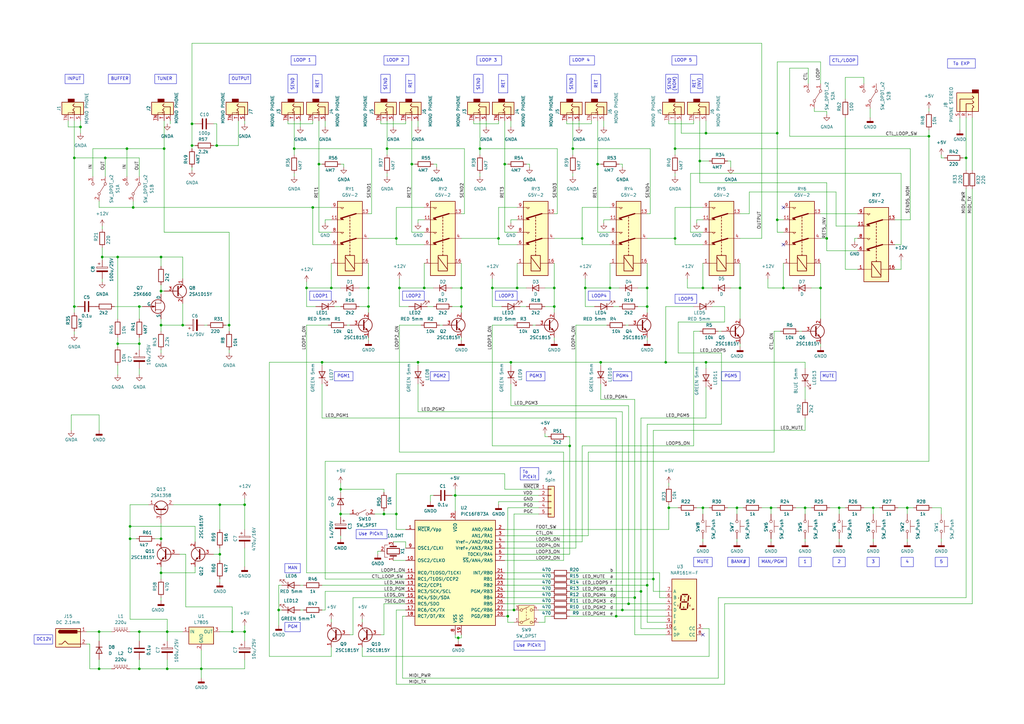
<source format=kicad_sch>
(kicad_sch (version 20250114) (generator "eeschema") (generator_version "9.0")
  (paper "A3")
  (title_block (title "Noa's Ark PTBS-1 Programmable  Switcher Modification") (date "2025-12-27") (rev "A") (company "JJ1LFO@jarl.com") (comment 1 "*1 Add J9, SW9, SW10 for PICkit Debug") (comment 2 "*2 Add R42 for EXP Jack MIDI"))
  (lib_symbols
    (symbol "Connector:Jack-DC" (pin_names (offset 1.016))
      (property "Reference" "J" (at 0 5.334 0))
      (property "Value" "Jack-DC" (at 0 -5.08 0))
      (symbol "Jack-DC_1_1"
        (pin passive line (at 7.62 2.54 180) (length 2.54) (name "~") (number "1"))
        (pin passive line (at 7.62 -2.54 180) (length 2.54) (name "~") (number "2"))
      )
    )
    (symbol "Connector_Audio:AudioJack2_SwitchT"
      (property "Reference" "J" (at 0 8.89 0))
      (property "Value" "AudioJack2_SwitchT" (at 0 6.35 0))
      (symbol "AudioJack2_SwitchT_1_1"
        (pin passive line (at 5.08 2.54 180) (length 2.54) (name "~") (number "S"))
        (pin passive line (at 5.08 0 180) (length 2.54) (name "~") (number "T"))
        (pin passive line (at 5.08 -2.54 180) (length 2.54) (name "~") (number "TN"))
      )
    )
    (symbol "Connector_Audio:AudioJack3"
      (property "Reference" "J" (at 0 8.89 0))
      (property "Value" "AudioJack3" (at 0 6.35 0))
      (symbol "AudioJack3_1_1"
        (pin passive line (at 5.08 2.54 180) (length 2.54) (name "~") (number "S"))
        (pin passive line (at 5.08 0 180) (length 2.54) (name "~") (number "R"))
        (pin passive line (at 5.08 -2.54 180) (length 2.54) (name "~") (number "T"))
      )
    )
    (symbol "Connector_Generic:Conn_01x05" (pin_names (offset 1.016) (hide yes))
      (property "Reference" "J" (at 0 7.62 0))
      (property "Value" "Conn_01x05" (at 0 -7.62 0))
      (symbol "Conn_01x05_1_1"
        (pin passive line (at -5.08 5.08 0) (length 3.81) (name "Pin_1") (number "1"))
        (pin passive line (at -5.08 2.54 0) (length 3.81) (name "Pin_2") (number "2"))
        (pin passive line (at -5.08 0 0) (length 3.81) (name "Pin_3") (number "3"))
        (pin passive line (at -5.08 -2.54 0) (length 3.81) (name "Pin_4") (number "4"))
        (pin passive line (at -5.08 -5.08 0) (length 3.81) (name "Pin_5") (number "5"))
      )
    )
    (symbol "Device:C" (pin_numbers (hide yes)) (pin_names (offset 0.254))
      (property "Reference" "C" (at 0.635 2.54 0))
      (property "Value" "C" (at 0.635 -2.54 0))
      (symbol "C_1_1"
        (pin passive line (at 0 3.81 270) (length 2.794) (name "~") (number "1"))
        (pin passive line (at 0 -3.81 90) (length 2.794) (name "~") (number "2"))
      )
    )
    (symbol "Device:C_Polarized" (pin_numbers (hide yes)) (pin_names (offset 0.254))
      (property "Reference" "C" (at 0.635 2.54 0))
      (property "Value" "C_Polarized" (at 0.635 -2.54 0))
      (symbol "C_Polarized_1_1"
        (pin passive line (at 0 3.81 270) (length 2.794) (name "~") (number "1"))
        (pin passive line (at 0 -3.81 90) (length 2.794) (name "~") (number "2"))
      )
    )
    (symbol "Device:Crystal_GND2" (pin_names (offset 1.016) (hide yes))
      (property "Reference" "Y" (at 0 5.715 0))
      (property "Value" "Crystal_GND2" (at 0 3.81 0))
      (symbol "Crystal_GND2_1_1"
        (pin passive line (at -3.81 0 0) (length 1.27) (name "1") (number "1"))
        (pin passive line (at 0 -5.08 90) (length 1.27) (name "2") (number "2"))
        (pin passive line (at 3.81 0 180) (length 1.27) (name "3") (number "3"))
      )
    )
    (symbol "Device:D" (pin_numbers (hide yes)) (pin_names (offset 1.016) (hide yes))
      (property "Reference" "D" (at 0 2.54 0))
      (property "Value" "D" (at 0 -2.54 0))
      (symbol "D_1_1"
        (pin passive line (at -3.81 0 0) (length 2.54) (name "K") (number "1"))
        (pin passive line (at 3.81 0 180) (length 2.54) (name "A") (number "2"))
      )
    )
    (symbol "Device:LED" (pin_numbers (hide yes)) (pin_names (offset 1.016) (hide yes))
      (property "Reference" "D" (at 0 2.54 0))
      (property "Value" "LED" (at 0 -2.54 0))
      (symbol "LED_1_1"
        (pin passive line (at -3.81 0 0) (length 2.54) (name "K") (number "1"))
        (pin passive line (at 3.81 0 180) (length 2.54) (name "A") (number "2"))
      )
    )
    (symbol "Device:L_Ferrite" (pin_numbers (hide yes)) (pin_names (offset 1.016) (hide yes))
      (property "Reference" "L" (at -1.27 0 90))
      (property "Value" "L_Ferrite" (at 2.794 0 90))
      (symbol "L_Ferrite_1_1"
        (pin passive line (at 0 3.81 270) (length 1.27) (name "1") (number "1"))
        (pin passive line (at 0 -3.81 90) (length 1.27) (name "2") (number "2"))
      )
    )
    (symbol "Device:R" (pin_numbers (hide yes)) (pin_names (offset 0))
      (property "Reference" "R" (at 2.032 0 90))
      (property "Value" "R" (at 0 0 90))
      (symbol "R_1_1"
        (pin passive line (at 0 3.81 270) (length 1.27) (name "~") (number "1"))
        (pin passive line (at 0 -3.81 90) (length 1.27) (name "~") (number "2"))
      )
    )
    (symbol "Display_Character:SM420561N"
      (property "Reference" "U" (at -2.54 13.97 0))
      (property "Value" "SM420561N" (at 1.27 13.97 0))
      (symbol "SM420561N_0_0"
        (text "E" (at -2.54 1.778 0) (effects (font (size 0.508 0.508))))
        (text "F" (at -2.286 4.826 0) (effects (font (size 0.508 0.508))))
        (text "D" (at -0.254 1.016 0) (effects (font (size 0.508 0.508))))
        (text "G" (at 0 4.064 0) (effects (font (size 0.508 0.508))))
        (text "A" (at 0.254 5.588 0) (effects (font (size 0.508 0.508))))
        (text "C" (at 2.286 1.778 0) (effects (font (size 0.508 0.508))))
        (text "B" (at 2.54 4.826 0) (effects (font (size 0.508 0.508))))
        (text "DP" (at 3.556 0.254 0) (effects (font (size 0.508 0.508))))
      )
      (symbol "SM420561N_1_1"
        (pin input line (at -7.62 7.62 0) (length 2.54) (name "A") (number "7"))
        (pin input line (at -7.62 5.08 0) (length 2.54) (name "B") (number "6"))
        (pin input line (at -7.62 2.54 0) (length 2.54) (name "C") (number "4"))
        (pin input line (at -7.62 0 0) (length 2.54) (name "D") (number "2"))
        (pin input line (at -7.62 -2.54 0) (length 2.54) (name "E") (number "1"))
        (pin input line (at -7.62 -5.08 0) (length 2.54) (name "F") (number "9"))
        (pin input line (at -7.62 -7.62 0) (length 2.54) (name "G") (number "10"))
        (pin input line (at -7.62 -10.16 0) (length 2.54) (name "DP") (number "5"))
        (pin input line (at 7.62 -7.62 180) (length 2.54) (name "CC") (number "3"))
        (pin input line (at 7.62 -10.16 180) (length 2.54) (name "CC") (number "8"))
      )
    )
    (symbol "MCU_Microchip_PIC16:PIC16F873-XXISP" (pin_names (offset 1.016))
      (property "Reference" "U" (at 2.54 25.4 0))
      (property "Value" "PIC16F873-XXISP" (at 2.54 22.86 0))
      (symbol "PIC16F873-XXISP_1_1"
        (pin input line (at -20.32 17.78 0) (length 3.81) (name "~{MCLR}/Vpp") (number "1"))
        (pin input line (at -20.32 10.16 0) (length 3.81) (name "OSC1/CLKI") (number "9"))
        (pin output line (at -20.32 5.08 0) (length 3.81) (name "OSC2/CLKO") (number "10"))
        (pin bidirectional line (at -20.32 0 0) (length 3.81) (name "RC0/T1OSO/T1CKI") (number "11"))
        (pin bidirectional line (at -20.32 -2.54 0) (length 3.81) (name "RC1/T1OSI/CCP2") (number "12"))
        (pin bidirectional line (at -20.32 -5.08 0) (length 3.81) (name "RC2/CCP1") (number "13"))
        (pin bidirectional line (at -20.32 -7.62 0) (length 3.81) (name "RC3/SCK/SCL") (number "14"))
        (pin bidirectional line (at -20.32 -10.16 0) (length 3.81) (name "RC4/SDI/SDA") (number "15"))
        (pin bidirectional line (at -20.32 -12.7 0) (length 3.81) (name "RC5/SDO") (number "16"))
        (pin bidirectional line (at -20.32 -15.24 0) (length 3.81) (name "RC6/CK/TX") (number "17"))
        (pin bidirectional line (at -20.32 -17.78 0) (length 3.81) (name "RC7/DT/RX") (number "18"))
        (pin power_in line (at 0 25.4 270) (length 3.81) (name "VDD") (number "20"))
        (pin power_in line (at 0 -25.4 90) (length 3.81) (name "VSS") (number "8"))
        (pin power_in line (at 2.54 -25.4 90) (length 3.81) (name "VSS") (number "19"))
        (pin bidirectional line (at 20.32 17.78 180) (length 3.81) (name "AN0/RA0") (number "2"))
        (pin bidirectional line (at 20.32 15.24 180) (length 3.81) (name "AN1/RA1") (number "3"))
        (pin bidirectional line (at 20.32 12.7 180) (length 3.81) (name "Vref-/AN2/RA2") (number "4"))
        (pin bidirectional line (at 20.32 10.16 180) (length 3.81) (name "Vref+/AN3/RA3") (number "5"))
        (pin bidirectional line (at 20.32 7.62 180) (length 3.81) (name "T0CKI/RA4") (number "6"))
        (pin bidirectional line (at 20.32 5.08 180) (length 3.81) (name "~{SS}/AN4/RA5") (number "7"))
        (pin bidirectional line (at 20.32 0 180) (length 3.81) (name "INT/RB0") (number "21"))
        (pin bidirectional line (at 20.32 -2.54 180) (length 3.81) (name "RB1") (number "22"))
        (pin bidirectional line (at 20.32 -5.08 180) (length 3.81) (name "RB2") (number "23"))
        (pin bidirectional line (at 20.32 -7.62 180) (length 3.81) (name "PGM/RB3") (number "24"))
        (pin bidirectional line (at 20.32 -10.16 180) (length 3.81) (name "RB4") (number "25"))
        (pin bidirectional line (at 20.32 -12.7 180) (length 3.81) (name "RB5") (number "26"))
        (pin bidirectional line (at 20.32 -15.24 180) (length 3.81) (name "PGC/RB6") (number "27"))
        (pin bidirectional line (at 20.32 -17.78 180) (length 3.81) (name "PGD/RB7") (number "28"))
      )
    )
    (symbol "Regulator_Linear:L7805" (pin_names (offset 0.254))
      (property "Reference" "U" (at -3.81 3.175 0))
      (property "Value" "L7805" (at 0 3.175 0))
      (symbol "L7805_1_1"
        (pin power_in line (at -7.62 0 0) (length 2.54) (name "IN") (number "1"))
        (pin power_in line (at 0 -7.62 90) (length 2.54) (name "GND") (number "2"))
        (pin power_out line (at 7.62 0 180) (length 2.54) (name "OUT") (number "3"))
      )
    )
    (symbol "Relay:G5V-2"
      (property "Reference" "K" (at 16.51 3.81 0))
      (property "Value" "G5V-2" (at 16.51 1.27 0))
      (symbol "G5V-2_1_1"
        (pin passive line (at -10.16 7.62 270) (length 2.54) (name "~") (number "1"))
        (pin passive line (at -10.16 -7.62 90) (length 2.54) (name "~") (number "16"))
        (pin passive line (at -2.54 7.62 270) (length 2.54) (name "~") (number "6"))
        (pin passive line (at 0 -7.62 90) (length 2.54) (name "~") (number "4"))
        (pin passive line (at 2.54 7.62 270) (length 2.54) (name "~") (number "8"))
        (pin passive line (at 7.62 7.62 270) (length 2.54) (name "~") (number "11"))
        (pin passive line (at 10.16 -7.62 90) (length 2.54) (name "~") (number "13"))
        (pin passive line (at 12.7 7.62 270) (length 2.54) (name "~") (number "9"))
      )
    )
    (symbol "Simulation_SPICE:NJFET" (pin_numbers (hide yes)) (pin_names (offset 0))
      (property "Reference" "Q" (at 5.08 1.27 0))
      (property "Value" "NJFET" (at 5.08 -1.27 0))
      (symbol "NJFET_1_1"
        (pin input line (at -5.08 0 0) (length 5.334) (name "G") (number "2"))
        (pin passive line (at 2.54 5.08 270) (length 2.54) (name "D") (number "1"))
        (pin passive line (at 2.54 -5.08 90) (length 2.54) (name "S") (number "3"))
      )
    )
    (symbol "Switch:SW_DPDT_x2" (pin_names (offset 0) (hide yes))
      (property "Reference" "SW" (at 0 4.318 0))
      (property "Value" "SW_DPDT_x2" (at 0 -5.08 0))
      (symbol "SW_DPDT_x2_1_1"
        (pin passive line (at -5.08 0 0) (length 2.54) (name "B") (number "2"))
        (pin passive line (at 5.08 2.54 180) (length 2.54) (name "A") (number "1"))
        (pin passive line (at 5.08 -2.54 180) (length 2.54) (name "C") (number "3"))
      )
      (symbol "SW_DPDT_x2_2_1"
        (pin passive line (at -5.08 0 0) (length 2.54) (name "B") (number "5"))
        (pin passive line (at 5.08 2.54 180) (length 2.54) (name "A") (number "4"))
        (pin passive line (at 5.08 -2.54 180) (length 2.54) (name "C") (number "6"))
      )
    )
    (symbol "Switch:SW_DPST" (pin_names (offset 0) (hide yes))
      (property "Reference" "SW" (at 0 6.35 0))
      (property "Value" "SW_DPST" (at 0 -5.08 0))
      (symbol "SW_DPST_1_1"
        (pin passive line (at -5.08 2.54 0) (length 2.54) (name "3") (number "3"))
        (pin passive line (at -5.08 -2.54 0) (length 2.54) (name "1") (number "1"))
        (pin passive line (at 5.08 2.54 180) (length 2.54) (name "4") (number "4"))
        (pin passive line (at 5.08 -2.54 180) (length 2.54) (name "2") (number "2"))
      )
    )
    (symbol "Switch:SW_Push" (pin_numbers (hide yes)) (pin_names (offset 1.016) (hide yes))
      (property "Reference" "SW" (at 1.27 2.54 0))
      (property "Value" "SW_Push" (at 0 -1.524 0))
      (symbol "SW_Push_0_1"
        (pin passive line (at -5.08 0 0) (length 2.54) (name "1") (number "1"))
        (pin passive line (at 5.08 0 180) (length 2.54) (name "2") (number "2"))
      )
    )
    (symbol "Switch:SW_SPST" (pin_names (offset 0) (hide yes))
      (property "Reference" "SW" (at 0 3.175 0))
      (property "Value" "SW_SPST" (at 0 -2.54 0))
      (symbol "SW_SPST_1_1"
        (pin passive line (at -5.08 0 0) (length 2.54) (name "A") (number "1"))
        (pin passive line (at 5.08 0 180) (length 2.54) (name "B") (number "2"))
      )
    )
    (symbol "Transistor_BJT:2SA1015" (pin_names (offset 0) (hide yes))
      (property "Reference" "Q" (at 5.08 1.905 0))
      (property "Value" "2SA1015" (at 5.08 0 0))
      (symbol "2SA1015_1_1"
        (pin input line (at -5.08 0 0) (length 5.08) (name "B") (number "3"))
        (pin passive line (at 2.54 5.08 270) (length 2.54) (name "C") (number "2"))
        (pin passive line (at 2.54 -5.08 90) (length 2.54) (name "E") (number "1"))
      )
    )
    (symbol "Transistor_BJT:2SC1815" (pin_names (offset 0) (hide yes))
      (property "Reference" "Q" (at 5.08 1.905 0))
      (property "Value" "2SC1815" (at 5.08 0 0))
      (symbol "2SC1815_1_1"
        (pin input line (at -5.08 0 0) (length 5.08) (name "B") (number "3"))
        (pin passive line (at 2.54 5.08 270) (length 2.54) (name "C") (number "2"))
        (pin passive line (at 2.54 -5.08 90) (length 2.54) (name "E") (number "1"))
      )
    )
    (symbol "power:+12V" (power) (pin_names (offset 0))
      (property "Value" "+12V" (at 0 3.556 0))
      (symbol "+12V_1_1"
        (pin power_in line (at 0 0 90) (length 0) (hide yes) (name "+12V") (number "1"))
      )
    )
    (symbol "power:+5V" (power) (pin_names (offset 0))
      (property "Value" "+5V" (at 0 3.556 0))
      (symbol "+5V_1_1"
        (pin power_in line (at 0 0 90) (length 0) (hide yes) (name "+5V") (number "1"))
      )
    )
    (symbol "power:GND" (power) (pin_names (offset 0))
      (property "Value" "GND" (at 0 -3.81 0))
      (symbol "GND_1_1"
        (pin power_in line (at 0 0 270) (length 0) (hide yes) (name "GND") (number "1"))
      )
    )
    (symbol "power:GNDA" (power) (pin_names (offset 0))
      (property "Value" "GNDA" (at 0 -3.81 0))
      (symbol "GNDA_1_1"
        (pin power_in line (at 0 0 270) (length 0) (hide yes) (name "GNDA") (number "1"))
      )
    )
    (symbol "power:GNDD" (power) (pin_names (offset 0))
      (property "Value" "GNDD" (at 0 -3.175 0))
      (symbol "GNDD_1_1"
        (pin power_in line (at 0 0 270) (length 0) (hide yes) (name "GNDD") (number "1"))
      )
    )
  )
  (text_box "BUFFER" (at 44.45 30.48 0) (size 8.89 3.81) (margins 0.9525 0.9525 0.9525 0.9525) (effects (font (size 1.27 1.27)) (justify left top)))
  (text_box "RET" (at 128.27 30.48 90) (size 3.81 7.62) (margins 0.9525 0.9525 0.9525 0.9525) (effects (font (size 1.27 1.27))))
  (text_box "CTL/LOOP" (at 340.36 22.86 0) (size 11.43 3.81) (margins 0.9525 0.9525 0.9525 0.9525) (effects (font (size 1.27 1.27))))
  (text_box "RET" (at 204.47 30.48 90) (size 3.81 7.62) (margins 0.9525 0.9525 0.9525 0.9525) (effects (font (size 1.27 1.27))))
  (text_box "LOOP4" (at 241.3 119.38 0) (size 8.89 3.81) (margins 0.9525 0.9525 0.9525 0.9525) (effects (font (size 1.27 1.27))))
  (text_box "3" (at 355.6 228.6 0) (size 5.08 3.81) (margins 0.9525 0.9525 0.9525 0.9525) (effects (font (size 1.27 1.27)) (justify top)))
  (text_box "SEND" (at 194.31 30.48 90) (size 3.81 7.62) (margins 0.9525 0.9525 0.9525 0.9525) (effects (font (size 1.27 1.27))))
  (text_box "LOOP 2" (at 157.48 22.86 0) (size 10.16 3.81) (margins 0.9525 0.9525 0.9525 0.9525) (effects (font (size 1.27 1.27)) (justify left top)))
  (text_box "TUNER" (at 63.5 30.48 0) (size 8.89 3.81) (margins 0.9525 0.9525 0.9525 0.9525) (effects (font (size 1.27 1.27)) (justify left top)))
  (text_box "SEND" (at 118.11 30.48 90) (size 3.81 7.62) (margins 0.9525 0.9525 0.9525 0.9525) (effects (font (size 1.27 1.27))))
  (text_box "BANK#" (at 298.45 228.6 0) (size 8.89 3.81) (margins 0.9525 0.9525 0.9525 0.9525) (effects (font (size 1.27 1.27)) (justify top)))
  (text_box "SEND" (at 156.21 30.48 90) (size 3.81 7.62) (margins 0.9525 0.9525 0.9525 0.9525) (effects (font (size 1.27 1.27))))
  (text_box "OUTPUT" (at 93.98 30.48 0) (size 8.89 3.81) (margins 0.9525 0.9525 0.9525 0.9525) (effects (font (size 1.27 1.27)) (justify left top)))
  (text_box "RET" (at 166.37 30.48 90) (size 3.81 7.62) (margins 0.9525 0.9525 0.9525 0.9525) (effects (font (size 1.27 1.27))))
  (text_box "PGM1" (at 137.16 152.4 0) (size 7.62 3.81) (margins 0.9525 0.9525 0.9525 0.9525) (effects (font (size 1.27 1.27)) (justify top)))
  (text_box "2" (at 341.63 228.6 0) (size 5.08 3.81) (margins 0.9525 0.9525 0.9525 0.9525) (effects (font (size 1.27 1.27)) (justify top)))
  (text_box "LOOP1" (at 127 119.38 0) (size 8.89 3.81) (margins 0.9525 0.9525 0.9525 0.9525) (effects (font (size 1.27 1.27))))
  (text_box "To EXP" (at 388.62 24.13 0) (size 11.43 3.81) (margins 0.9525 0.9525 0.9525 0.9525) (effects (font (size 1.27 1.27))))
  (text_box "LOOP 1" (at 119.38 22.86 0) (size 10.16 3.81) (margins 0.9525 0.9525 0.9525 0.9525) (effects (font (size 1.27 1.27)) (justify left top)))
  (text_box "MAN/PGM" (at 311.15 228.6 0) (size 11.43 3.81) (margins 0.9525 0.9525 0.9525 0.9525) (effects (font (size 1.27 1.27)) (justify top)))
  (text_box "PGM3" (at 215.9 152.4 0) (size 7.62 3.81) (margins 0.9525 0.9525 0.9525 0.9525) (effects (font (size 1.27 1.27)) (justify top)))
  (text_box "LOOP 4" (at 233.68 22.86 0) (size 10.16 3.81) (margins 0.9525 0.9525 0.9525 0.9525) (effects (font (size 1.27 1.27)) (justify left top)))
  (text_box "MUTE" (at 336.55 152.4 0) (size 6.35 3.81) (margins 0.9525 0.9525 0.9525 0.9525) (effects (font (size 1.27 1.27)) (justify top)))
  (text_box "RET" (at 242.57 30.48 90) (size 3.81 7.62) (margins 0.9525 0.9525 0.9525 0.9525) (effects (font (size 1.27 1.27))))
  (text_box "PGM" (at 116.84 255.27 0) (size 6.35 3.81) (margins 0.9525 0.9525 0.9525 0.9525) (effects (font (size 1.27 1.27)) (justify top)))
  (text_box "4" (at 369.57 228.6 0) (size 5.08 3.81) (margins 0.9525 0.9525 0.9525 0.9525) (effects (font (size 1.27 1.27)) (justify top)))
  (text_box "SEND" (at 232.41 30.48 90) (size 3.81 7.62) (margins 0.9525 0.9525 0.9525 0.9525) (effects (font (size 1.27 1.27))))
  (text_box "DC12V" (at 13.97 260.35 0) (size 7.62 3.81) (margins 0.9525 0.9525 0.9525 0.9525) (effects (font (size 1.27 1.27)) (justify left top)))
  (text_box "Use PICkit" (at 210.82 262.89 0) (size 12.7 3.81) (margins 0.9525 0.9525 0.9525 0.9525) (effects (font (size 1.27 1.27)) (justify left top)))
  (text_box "INPUT" (at 26.67 30.48 0) (size 7.62 3.81) (margins 0.9525 0.9525 0.9525 0.9525) (effects (font (size 1.27 1.27)) (justify left top)))
  (text_box "MUTE" (at 284.48 228.6 0) (size 7.62 3.81) (margins 0.9525 0.9525 0.9525 0.9525) (effects (font (size 1.27 1.27)) (justify top)))
  (text_box "Use PICkit" (at 146.05 217.17 0) (size 12.7 3.81) (margins 0.9525 0.9525 0.9525 0.9525) (effects (font (size 1.27 1.27)) (justify left top)))
  (text_box "To PICkit" (at 213.36 191.77 0) (size 7.62 5.08) (margins 0.9525 0.9525 0.9525 0.9525) (effects (font (size 1.27 1.27)) (justify left top)))
  (text_box "1" (at 327.66 228.6 0) (size 5.08 3.81) (margins 0.9525 0.9525 0.9525 0.9525) (effects (font (size 1.27 1.27)) (justify top)))
  (text_box "PGM5" (at 295.91 152.4 0) (size 7.62 3.81) (margins 0.9525 0.9525 0.9525 0.9525) (effects (font (size 1.27 1.27)) (justify top)))
  (text_box "PGM2" (at 176.53 152.4 0) (size 7.62 3.81) (margins 0.9525 0.9525 0.9525 0.9525) (effects (font (size 1.27 1.27)) (justify top)))
  (text_box "LOOP3" (at 203.2 119.38 0) (size 8.89 3.81) (margins 0.9525 0.9525 0.9525 0.9525) (effects (font (size 1.27 1.27))))
  (text_box "PGM4" (at 251.46 152.4 0) (size 7.62 3.81) (margins 0.9525 0.9525 0.9525 0.9525) (effects (font (size 1.27 1.27)) (justify top)))
  (text_box "LOOP 3" (at 195.58 22.86 0) (size 10.16 3.81) (margins 0.9525 0.9525 0.9525 0.9525) (effects (font (size 1.27 1.27)) (justify left top)))
  (text_box "RET\n(INV)" (at 283.21 30.48 90) (size 5.08 7.62) (margins 0.9525 0.9525 0.9525 0.9525) (effects (font (size 1.27 1.27))))
  (text_box "MAN" (at 116.84 231.14 0) (size 6.35 3.81) (margins 0.9525 0.9525 0.9525 0.9525) (effects (font (size 1.27 1.27)) (justify top)))
  (text_box "LOOP 5" (at 275.59 22.86 0) (size 10.16 3.81) (margins 0.9525 0.9525 0.9525 0.9525) (effects (font (size 1.27 1.27)) (justify left top)))
  (text_box "LOOP2" (at 165.1 119.38 0) (size 8.89 3.81) (margins 0.9525 0.9525 0.9525 0.9525) (effects (font (size 1.27 1.27))))
  (text_box "LOOP5" (at 276.86 120.65 0) (size 8.89 3.81) (margins 0.9525 0.9525 0.9525 0.9525) (effects (font (size 1.27 1.27))))
  (text_box "SEND\n(NOM)" (at 273.05 30.48 90) (size 5.08 7.62) (margins 0.9525 0.9525 0.9525 0.9525) (effects (font (size 1.27 1.27))))
  (text_box "5" (at 383.54 228.6 0) (size 5.08 3.81) (margins 0.9525 0.9525 0.9525 0.9525) (effects (font (size 1.27 1.27)) (justify top)))
  (junction (at 201.93 118.11))
  (junction (at 162.56 97.79))
  (junction (at 66.04 220.98))
  (junction (at 245.11 67.31))
  (junction (at 208.28 252.73))
  (junction (at 139.7 210.82))
  (junction (at 33.02 52.07))
  (junction (at 163.83 118.11))
  (junction (at 53.34 215.9))
  (junction (at 358.14 208.28))
  (junction (at 114.3 250.19))
  (junction (at 250.19 118.11))
  (junction (at 57.15 274.32))
  (junction (at 43.18 64.77))
  (junction (at 48.26 140.97))
  (junction (at 227.33 125.73))
  (junction (at 381 55.88))
  (junction (at 276.86 60.96))
  (junction (at 93.98 133.35))
  (junction (at 171.45 148.59))
  (junction (at 316.23 208.28))
  (junction (at 344.17 208.28))
  (junction (at 246.38 148.59))
  (junction (at 212.09 118.11))
  (junction (at 90.17 227.33))
  (junction (at 135.89 118.11))
  (junction (at 321.31 118.11))
  (junction (at 100.33 207.01))
  (junction (at 157.48 210.82))
  (junction (at 52.07 60.96))
  (junction (at 209.55 148.59))
  (junction (at 100.33 259.08))
  (junction (at 128.27 85.09))
  (junction (at 162.56 210.82))
  (junction (at 240.03 118.11))
  (junction (at 139.7 200.66))
  (junction (at 227.33 118.11))
  (junction (at 233.68 182.88))
  (junction (at 173.99 118.11))
  (junction (at 48.26 105.41))
  (junction (at 289.56 148.59))
  (junction (at 54.61 85.09))
  (junction (at 287.02 66.04))
  (junction (at 57.15 140.97))
  (junction (at 265.43 240.03))
  (junction (at 78.74 59.69))
  (junction (at 234.95 60.96))
  (junction (at 30.48 125.73))
  (junction (at 66.04 105.41))
  (junction (at 189.23 125.73))
  (junction (at 158.75 60.96))
  (junction (at 288.29 208.28))
  (junction (at 120.65 60.96))
  (junction (at 336.55 118.11))
  (junction (at 318.77 54.61))
  (junction (at 186.69 203.2))
  (junction (at 66.04 234.95))
  (junction (at 57.15 125.73))
  (junction (at 90.17 207.01))
  (junction (at 68.58 274.32))
  (junction (at 196.85 60.96))
  (junction (at 74.93 133.35))
  (junction (at 257.81 247.65))
  (junction (at 262.89 242.57))
  (junction (at 260.35 245.11))
  (junction (at 67.31 60.96))
  (junction (at 207.01 67.31))
  (junction (at 204.47 97.79))
  (junction (at 303.53 118.11))
  (junction (at 30.48 64.77))
  (junction (at 57.15 259.08))
  (junction (at 40.64 274.32))
  (junction (at 396.24 64.77))
  (junction (at 41.91 105.41))
  (junction (at 274.32 208.28))
  (junction (at 68.58 259.08))
  (junction (at 189.23 118.11))
  (junction (at 130.81 67.31))
  (junction (at 88.9 59.69))
  (junction (at 125.73 118.11))
  (junction (at 66.04 133.35))
  (junction (at 151.13 118.11))
  (junction (at 267.97 237.49))
  (junction (at 53.34 220.98))
  (junction (at 66.04 119.38))
  (junction (at 168.91 67.31))
  (junction (at 289.56 54.61))
  (junction (at 82.55 274.32))
  (junction (at 252.73 252.73))
  (junction (at 40.64 259.08))
  (junction (at 288.29 118.11))
  (junction (at 273.05 148.59))
  (junction (at 187.96 261.62))
  (junction (at 302.26 208.28))
  (junction (at 339.09 97.79))
  (junction (at 318.77 90.17))
  (junction (at 132.08 148.59))
  (junction (at 210.82 250.19))
  (junction (at 151.13 125.73))
  (junction (at 95.25 259.08))
  (junction (at 372.11 208.28))
  (junction (at 330.2 208.28))
  (junction (at 78.74 50.8))
  (junction (at 265.43 125.73))
  (junction (at 238.76 97.79))
  (junction (at 276.86 97.79))
  (junction (at 265.43 118.11))
  (junction (at 255.27 250.19))
  (no_connect (at 288.29 260.35))
  (no_connect (at 321.31 100.33))
  (no_connect (at 321.31 85.09))
  (wire (pts (xy 36.83 264.16) (xy 35.56 264.16)))
  (wire (pts (xy 154.94 226.06) (xy 156.21 226.06)))
  (wire (pts (xy 177.8 203.2) (xy 176.53 203.2)))
  (wire (pts (xy 396.24 64.77) (xy 396.24 69.85)))
  (wire (pts (xy 57.15 259.08) (xy 68.58 259.08)))
  (wire (pts (xy 255.27 67.31) (xy 255.27 68.58)))
  (wire (pts (xy 287.02 66.04) (xy 290.83 66.04)))
  (wire (pts (xy 207.01 242.57) (xy 226.06 242.57)))
  (wire (pts (xy 265.43 173.99) (xy 265.43 240.03)))
  (wire (pts (xy 152.4 60.96) (xy 152.4 87.63)))
  (wire (pts (xy 283.21 95.25) (xy 283.21 71.12)))
  (wire (pts (xy 250.19 100.33) (xy 238.76 100.33)))
  (wire (pts (xy 276.86 60.96) (xy 373.38 60.96)))
  (wire (pts (xy 158.75 49.53) (xy 158.75 60.96)))
  (wire (pts (xy 140.97 67.31) (xy 140.97 68.58)))
  (wire (pts (xy 139.7 200.66) (xy 157.48 200.66)))
  (wire (pts (xy 368.3 208.28) (xy 372.11 208.28)))
  (wire (pts (xy 207.01 227.33) (xy 233.68 227.33)))
  (wire (pts (xy 151.13 138.43) (xy 151.13 139.7)))
  (wire (pts (xy 283.21 95.25) (xy 288.29 95.25)))
  (wire (pts (xy 161.29 49.53) (xy 161.29 52.07)))
  (wire (pts (xy 208.28 252.73) (xy 208.28 208.28)))
  (wire (pts (xy 132.08 157.48) (xy 132.08 171.45)))
  (wire (pts (xy 207.01 240.03) (xy 226.06 240.03)))
  (wire (pts (xy 120.65 60.96) (xy 152.4 60.96)))
  (wire (pts (xy 154.94 226.06) (xy 154.94 227.33)))
  (wire (pts (xy 344.17 208.28) (xy 346.71 208.28)))
  (wire (pts (xy 90.17 238.76) (xy 90.17 237.49)))
  (wire (pts (xy 204.47 50.8) (xy 204.47 49.53)))
  (wire (pts (xy 350.52 99.06) (xy 350.52 97.79)))
  (wire (pts (xy 336.55 97.79) (xy 339.09 97.79)))
  (wire (pts (xy 218.44 133.35) (xy 219.71 133.35)))
  (wire (pts (xy 238.76 182.88) (xy 238.76 222.25)))
  (wire (pts (xy 274.32 49.53) (xy 274.32 50.8)))
  (wire (pts (xy 246.38 163.83) (xy 260.35 163.83)))
  (wire (pts (xy 74.93 133.35) (xy 66.04 133.35)))
  (wire (pts (xy 151.13 118.11) (xy 147.32 118.11)))
  (wire (pts (xy 157.48 247.65) (xy 166.37 247.65)))
  (wire (pts (xy 93.98 133.35) (xy 93.98 135.89)))
  (wire (pts (xy 369.57 71.12) (xy 369.57 100.33)))
  (wire (pts (xy 394.97 64.77) (xy 396.24 64.77)))
  (wire (pts (xy 209.55 90.17) (xy 212.09 90.17)))
  (wire (pts (xy 231.14 185.42) (xy 163.83 185.42)))
  (wire (pts (xy 161.29 229.87) (xy 166.37 229.87)))
  (wire (pts (xy 381 55.88) (xy 381 189.23)))
  (wire (pts (xy 209.55 157.48) (xy 209.55 166.37)))
  (wire (pts (xy 344.17 208.28) (xy 344.17 210.82)))
  (wire (pts (xy 236.22 133.35) (xy 248.92 133.35)))
  (wire (pts (xy 265.43 138.43) (xy 265.43 139.7)))
  (wire (pts (xy 57.15 143.51) (xy 57.15 140.97)))
  (wire (pts (xy 80.01 59.69) (xy 78.74 59.69)))
  (wire (pts (xy 297.18 125.73) (xy 297.18 132.08)))
  (wire (pts (xy 78.74 59.69) (xy 78.74 50.8)))
  (wire (pts (xy 284.48 182.88) (xy 238.76 182.88)))
  (wire (pts (xy 78.74 17.78) (xy 78.74 50.8)))
  (wire (pts (xy 171.45 149.86) (xy 171.45 148.59)))
  (wire (pts (xy 294.64 135.89) (xy 295.91 135.89)))
  (wire (pts (xy 189.23 138.43) (xy 189.23 139.7)))
  (wire (pts (xy 78.74 50.8) (xy 80.01 50.8)))
  (wire (pts (xy 162.56 194.31) (xy 207.01 194.31)))
  (wire (pts (xy 139.7 219.71) (xy 139.7 220.98)))
  (wire (pts (xy 336.55 118.11) (xy 332.74 118.11)))
  (wire (pts (xy 100.33 204.47) (xy 100.33 207.01)))
  (wire (pts (xy 233.68 179.07) (xy 233.68 182.88)))
  (wire (pts (xy 207.01 252.73) (xy 208.28 252.73)))
  (wire (pts (xy 250.19 90.17) (xy 247.65 90.17)))
  (wire (pts (xy 139.7 210.82) (xy 139.7 212.09)))
  (wire (pts (xy 223.52 255.27) (xy 223.52 252.73)))
  (wire (pts (xy 236.22 133.35) (xy 236.22 224.79)))
  (wire (pts (xy 372.11 208.28) (xy 372.11 210.82)))
  (wire (pts (xy 342.9 92.71) (xy 351.79 92.71)))
  (wire (pts (xy 205.74 125.73) (xy 201.93 125.73)))
  (wire (pts (xy 204.47 205.74) (xy 220.98 205.74)))
  (wire (pts (xy 290.83 208.28) (xy 288.29 208.28)))
  (wire (pts (xy 241.3 185.42) (xy 317.5 185.42)))
  (wire (pts (xy 227.33 138.43) (xy 227.33 139.7)))
  (wire (pts (xy 124.46 250.19) (xy 123.19 250.19)))
  (wire (pts (xy 41.91 114.3) (xy 41.91 115.57)))
  (wire (pts (xy 265.43 118.11) (xy 261.62 118.11)))
  (wire (pts (xy 232.41 50.8) (xy 242.57 50.8)))
  (wire (pts (xy 295.91 144.78) (xy 295.91 173.99)))
  (wire (pts (xy 128.27 85.09) (xy 128.27 100.33)))
  (wire (pts (xy 66.04 133.35) (xy 66.04 135.89)))
  (wire (pts (xy 43.18 64.77) (xy 43.18 72.39)))
  (wire (pts (xy 273.05 148.59) (xy 289.56 148.59)))
  (wire (pts (xy 46.99 125.73) (xy 57.15 125.73)))
  (wire (pts (xy 120.65 71.12) (xy 120.65 72.39)))
  (wire (pts (xy 29.21 170.18) (xy 40.64 170.18)))
  (wire (pts (xy 369.57 71.12) (xy 283.21 71.12)))
  (wire (pts (xy 88.9 50.8) (xy 88.9 59.69)))
  (wire (pts (xy 330.2 210.82) (xy 330.2 208.28)))
  (wire (pts (xy 234.95 49.53) (xy 234.95 60.96)))
  (wire (pts (xy 67.31 60.96) (xy 52.07 60.96)))
  (wire (pts (xy 153.67 210.82) (xy 157.48 210.82)))
  (wire (pts (xy 135.89 107.95) (xy 135.89 118.11)))
  (wire (pts (xy 278.13 144.78) (xy 295.91 144.78)))
  (wire (pts (xy 90.17 224.79) (xy 90.17 227.33)))
  (wire (pts (xy 66.04 105.41) (xy 74.93 105.41)))
  (wire (pts (xy 327.66 135.89) (xy 328.93 135.89)))
  (wire (pts (xy 330.2 171.45) (xy 330.2 176.53)))
  (wire (pts (xy 227.33 97.79) (xy 238.76 97.79)))
  (wire (pts (xy 279.4 49.53) (xy 279.4 54.61)))
  (wire (pts (xy 297.18 280.67) (xy 297.18 247.65)))
  (wire (pts (xy 69.85 49.53) (xy 69.85 50.8)))
  (wire (pts (xy 30.48 125.73) (xy 31.75 125.73)))
  (wire (pts (xy 274.32 207.01) (xy 274.32 208.28)))
  (wire (pts (xy 90.17 207.01) (xy 71.12 207.01)))
  (wire (pts (xy 41.91 106.68) (xy 41.91 105.41)))
  (wire (pts (xy 270.51 245.11) (xy 270.51 234.95)))
  (wire (pts (xy 148.59 254) (xy 148.59 255.27)))
  (wire (pts (xy 334.01 45.72) (xy 334.01 44.45)))
  (wire (pts (xy 148.59 265.43) (xy 148.59 269.24)))
  (wire (pts (xy 336.55 87.63) (xy 351.79 87.63)))
  (wire (pts (xy 201.93 118.11) (xy 212.09 118.11)))
  (wire (pts (xy 223.52 179.07) (xy 224.79 179.07)))
  (wire (pts (xy 130.81 67.31) (xy 132.08 67.31)))
  (wire (pts (xy 245.11 49.53) (xy 245.11 67.31)))
  (wire (pts (xy 354.33 31.75) (xy 354.33 34.29)))
  (wire (pts (xy 152.4 87.63) (xy 151.13 87.63)))
  (wire (pts (xy 267.97 242.57) (xy 273.05 242.57)))
  (wire (pts (xy 53.34 215.9) (xy 53.34 220.98)))
  (wire (pts (xy 297.18 132.08) (xy 278.13 132.08)))
  (wire (pts (xy 207.01 222.25) (xy 238.76 222.25)))
  (wire (pts (xy 82.55 266.7) (xy 82.55 274.32)))
  (wire (pts (xy 139.7 209.55) (xy 139.7 210.82)))
  (wire (pts (xy 228.6 60.96) (xy 228.6 87.63)))
  (wire (pts (xy 100.33 224.79) (xy 100.33 232.41)))
  (wire (pts (xy 201.93 118.11) (xy 201.93 125.73)))
  (wire (pts (xy 68.58 270.51) (xy 68.58 274.32)))
  (wire (pts (xy 110.49 148.59) (xy 110.49 269.24)))
  (wire (pts (xy 132.08 171.45) (xy 252.73 171.45)))
  (wire (pts (xy 168.91 67.31) (xy 170.18 67.31)))
  (wire (pts (xy 318.77 95.25) (xy 321.31 95.25)))
  (wire (pts (xy 257.81 166.37) (xy 257.81 247.65)))
  (wire (pts (xy 95.25 248.92) (xy 95.25 259.08)))
  (wire (pts (xy 215.9 125.73) (xy 213.36 125.73)))
  (wire (pts (xy 314.96 118.11) (xy 321.31 118.11)))
  (wire (pts (xy 288.29 208.28) (xy 285.75 208.28)))
  (wire (pts (xy 194.31 50.8) (xy 204.47 50.8)))
  (wire (pts (xy 53.34 254) (xy 68.58 254)))
  (wire (pts (xy 133.35 250.19) (xy 133.35 242.57)))
  (wire (pts (xy 233.68 179.07) (xy 232.41 179.07)))
  (wire (pts (xy 171.45 157.48) (xy 171.45 168.91)))
  (wire (pts (xy 317.5 185.42) (xy 317.5 135.89)))
  (wire (pts (xy 231.14 229.87) (xy 231.14 185.42)))
  (wire (pts (xy 54.61 82.55) (xy 54.61 85.09)))
  (wire (pts (xy 274.32 208.28) (xy 278.13 208.28)))
  (wire (pts (xy 369.57 100.33) (xy 367.03 100.33)))
  (wire (pts (xy 93.98 133.35) (xy 93.98 95.25)))
  (wire (pts (xy 179.07 67.31) (xy 179.07 68.58)))
  (wire (pts (xy 166.37 50.8) (xy 166.37 49.53)))
  (wire (pts (xy 132.08 148.59) (xy 171.45 148.59)))
  (wire (pts (xy 173.99 100.33) (xy 162.56 100.33)))
  (wire (pts (xy 125.73 115.57) (xy 125.73 118.11)))
  (wire (pts (xy 68.58 259.08) (xy 74.93 259.08)))
  (wire (pts (xy 82.55 274.32) (xy 82.55 278.13)))
  (wire (pts (xy 276.86 49.53) (xy 276.86 60.96)))
  (wire (pts (xy 260.35 245.11) (xy 260.35 260.35)))
  (wire (pts (xy 233.68 242.57) (xy 262.89 242.57)))
  (wire (pts (xy 100.33 207.01) (xy 100.33 217.17)))
  (wire (pts (xy 125.73 133.35) (xy 125.73 234.95)))
  (wire (pts (xy 288.29 107.95) (xy 288.29 118.11)))
  (wire (pts (xy 118.11 49.53) (xy 118.11 50.8)))
  (wire (pts (xy 163.83 133.35) (xy 172.72 133.35)))
  (wire (pts (xy 68.58 274.32) (xy 82.55 274.32)))
  (wire (pts (xy 267.97 237.49) (xy 267.97 242.57)))
  (wire (pts (xy 187.96 261.62) (xy 189.23 261.62)))
  (wire (pts (xy 158.75 60.96) (xy 190.5 60.96)))
  (wire (pts (xy 227.33 125.73) (xy 223.52 125.73)))
  (wire (pts (xy 189.23 87.63) (xy 190.5 87.63)))
  (wire (pts (xy 207.01 67.31) (xy 207.01 95.25)))
  (wire (pts (xy 234.95 71.12) (xy 234.95 72.39)))
  (wire (pts (xy 210.82 210.82) (xy 210.82 250.19)))
  (wire (pts (xy 233.68 245.11) (xy 260.35 245.11)))
  (wire (pts (xy 265.43 240.03) (xy 265.43 255.27)))
  (wire (pts (xy 265.43 125.73) (xy 261.62 125.73)))
  (wire (pts (xy 66.04 214.63) (xy 66.04 220.98)))
  (wire (pts (xy 303.53 87.63) (xy 307.34 87.63)))
  (wire (pts (xy 162.56 100.33) (xy 162.56 97.79)))
  (wire (pts (xy 30.48 125.73) (xy 30.48 128.27)))
  (wire (pts (xy 40.64 85.09) (xy 54.61 85.09)))
  (wire (pts (xy 245.11 67.31) (xy 246.38 67.31)))
  (wire (pts (xy 53.34 220.98) (xy 55.88 220.98)))
  (wire (pts (xy 358.14 208.28) (xy 360.68 208.28)))
  (wire (pts (xy 135.89 265.43) (xy 135.89 269.24)))
  (wire (pts (xy 133.35 189.23) (xy 133.35 237.49)))
  (wire (pts (xy 386.08 64.77) (xy 387.35 64.77)))
  (wire (pts (xy 209.55 166.37) (xy 257.81 166.37)))
  (wire (pts (xy 199.39 49.53) (xy 199.39 52.07)))
  (wire (pts (xy 330.2 158.75) (xy 330.2 163.83)))
  (wire (pts (xy 189.23 125.73) (xy 185.42 125.73)))
  (wire (pts (xy 67.31 119.38) (xy 66.04 119.38)))
  (wire (pts (xy 227.33 118.11) (xy 227.33 125.73)))
  (wire (pts (xy 115.57 250.19) (xy 114.3 250.19)))
  (wire (pts (xy 257.81 247.65) (xy 273.05 247.65)))
  (wire (pts (xy 273.05 125.73) (xy 273.05 148.59)))
  (wire (pts (xy 128.27 85.09) (xy 54.61 85.09)))
  (wire (pts (xy 288.29 100.33) (xy 276.86 100.33)))
  (wire (pts (xy 284.48 135.89) (xy 284.48 182.88)))
  (wire (pts (xy 331.47 27.94) (xy 331.47 34.29)))
  (wire (pts (xy 372.11 220.98) (xy 372.11 222.25)))
  (wire (pts (xy 209.55 90.17) (xy 209.55 91.44)))
  (wire (pts (xy 227.33 125.73) (xy 227.33 128.27)))
  (wire (pts (xy 38.1 60.96) (xy 52.07 60.96)))
  (wire (pts (xy 372.11 208.28) (xy 374.65 208.28)))
  (wire (pts (xy 303.53 97.79) (xy 312.42 97.79)))
  (wire (pts (xy 92.71 133.35) (xy 93.98 133.35)))
  (wire (pts (xy 123.19 49.53) (xy 123.19 52.07)))
  (wire (pts (xy 265.43 118.11) (xy 265.43 125.73)))
  (wire (pts (xy 57.15 138.43) (xy 57.15 140.97)))
  (wire (pts (xy 134.62 133.35) (xy 125.73 133.35)))
  (wire (pts (xy 57.15 125.73) (xy 58.42 125.73)))
  (wire (pts (xy 157.48 209.55) (xy 157.48 210.82)))
  (wire (pts (xy 233.68 240.03) (xy 265.43 240.03)))
  (wire (pts (xy 287.02 135.89) (xy 284.48 135.89)))
  (wire (pts (xy 354.33 208.28) (xy 358.14 208.28)))
  (wire (pts (xy 289.56 158.75) (xy 289.56 171.45)))
  (wire (pts (xy 139.7 198.12) (xy 139.7 200.66)))
  (wire (pts (xy 48.26 105.41) (xy 48.26 130.81)))
  (wire (pts (xy 207.01 229.87) (xy 231.14 229.87)))
  (wire (pts (xy 262.89 171.45) (xy 289.56 171.45)))
  (wire (pts (xy 316.23 208.28) (xy 318.77 208.28)))
  (wire (pts (xy 162.56 210.82) (xy 157.48 210.82)))
  (wire (pts (xy 246.38 163.83) (xy 246.38 157.48)))
  (wire (pts (xy 194.31 49.53) (xy 194.31 50.8)))
  (wire (pts (xy 93.98 95.25) (xy 67.31 95.25)))
  (wire (pts (xy 118.11 50.8) (xy 128.27 50.8)))
  (wire (pts (xy 295.91 173.99) (xy 265.43 173.99)))
  (wire (pts (xy 207.01 67.31) (xy 208.28 67.31)))
  (wire (pts (xy 186.69 200.66) (xy 186.69 203.2)))
  (wire (pts (xy 281.94 114.3) (xy 281.94 118.11)))
  (wire (pts (xy 78.74 17.78) (xy 312.42 17.78)))
  (wire (pts (xy 290.83 269.24) (xy 290.83 257.81)))
  (wire (pts (xy 285.75 90.17) (xy 285.75 91.44)))
  (wire (pts (xy 238.76 100.33) (xy 238.76 97.79)))
  (wire (pts (xy 57.15 125.73) (xy 57.15 130.81)))
  (wire (pts (xy 76.2 248.92) (xy 95.25 248.92)))
  (wire (pts (xy 367.03 110.49) (xy 369.57 110.49)))
  (wire (pts (xy 288.29 210.82) (xy 288.29 208.28)))
  (wire (pts (xy 342.9 78.74) (xy 342.9 92.71)))
  (wire (pts (xy 90.17 227.33) (xy 90.17 229.87)))
  (wire (pts (xy 265.43 107.95) (xy 265.43 118.11)))
  (wire (pts (xy 207.01 224.79) (xy 236.22 224.79)))
  (wire (pts (xy 302.26 208.28) (xy 304.8 208.28)))
  (wire (pts (xy 386.08 208.28) (xy 386.08 210.82)))
  (wire (pts (xy 254 125.73) (xy 251.46 125.73)))
  (wire (pts (xy 190.5 87.63) (xy 190.5 60.96)))
  (wire (pts (xy 40.64 274.32) (xy 45.72 274.32)))
  (wire (pts (xy 41.91 105.41) (xy 48.26 105.41)))
  (wire (pts (xy 256.54 133.35) (xy 257.81 133.35)))
  (wire (pts (xy 207.01 217.17) (xy 274.32 217.17)))
  (wire (pts (xy 128.27 50.8) (xy 128.27 49.53)))
  (wire (pts (xy 163.83 118.11) (xy 173.99 118.11)))
  (wire (pts (xy 252.73 252.73) (xy 273.05 252.73)))
  (wire (pts (xy 166.37 250.19) (xy 162.56 250.19)))
  (wire (pts (xy 27.94 49.53) (xy 27.94 52.07)))
  (wire (pts (xy 339.09 45.72) (xy 339.09 46.99)))
  (wire (pts (xy 177.8 67.31) (xy 179.07 67.31)))
  (wire (pts (xy 162.56 280.67) (xy 297.18 280.67)))
  (wire (pts (xy 339.09 74.93) (xy 287.02 74.93)))
  (wire (pts (xy 83.82 133.35) (xy 85.09 133.35)))
  (wire (pts (xy 326.39 208.28) (xy 330.2 208.28)))
  (wire (pts (xy 133.35 242.57) (xy 166.37 242.57)))
  (wire (pts (xy 158.75 60.96) (xy 158.75 63.5)))
  (wire (pts (xy 100.33 270.51) (xy 100.33 274.32)))
  (wire (pts (xy 323.85 27.94) (xy 331.47 27.94)))
  (wire (pts (xy 185.42 203.2) (xy 186.69 203.2)))
  (wire (pts (xy 358.14 208.28) (xy 358.14 210.82)))
  (wire (pts (xy 307.34 78.74) (xy 342.9 78.74)))
  (wire (pts (xy 318.77 90.17) (xy 318.77 95.25)))
  (wire (pts (xy 196.85 60.96) (xy 196.85 63.5)))
  (wire (pts (xy 255.27 250.19) (xy 273.05 250.19)))
  (wire (pts (xy 321.31 107.95) (xy 321.31 118.11)))
  (wire (pts (xy 68.58 259.08) (xy 68.58 262.89)))
  (wire (pts (xy 276.86 71.12) (xy 276.86 72.39)))
  (wire (pts (xy 180.34 133.35) (xy 181.61 133.35)))
  (wire (pts (xy 344.17 208.28) (xy 340.36 208.28)))
  (wire (pts (xy 351.79 110.49) (xy 346.71 110.49)))
  (wire (pts (xy 386.08 63.5) (xy 386.08 64.77)))
  (wire (pts (xy 386.08 208.28) (xy 382.27 208.28)))
  (wire (pts (xy 346.71 31.75) (xy 346.71 40.64)))
  (wire (pts (xy 130.81 67.31) (xy 130.81 95.25)))
  (wire (pts (xy 40.64 274.32) (xy 36.83 274.32)))
  (wire (pts (xy 215.9 67.31) (xy 217.17 67.31)))
  (wire (pts (xy 208.28 208.28) (xy 220.98 208.28)))
  (wire (pts (xy 115.57 240.03) (xy 114.3 240.03)))
  (wire (pts (xy 330.2 151.13) (xy 330.2 148.59)))
  (wire (pts (xy 228.6 87.63) (xy 227.33 87.63)))
  (wire (pts (xy 168.91 67.31) (xy 168.91 95.25)))
  (wire (pts (xy 48.26 138.43) (xy 48.26 140.97)))
  (wire (pts (xy 33.02 49.53) (xy 33.02 52.07)))
  (wire (pts (xy 187.96 261.62) (xy 187.96 262.89)))
  (wire (pts (xy 227.33 107.95) (xy 227.33 118.11)))
  (wire (pts (xy 288.29 118.11) (xy 292.1 118.11)))
  (wire (pts (xy 173.99 90.17) (xy 171.45 90.17)))
  (wire (pts (xy 284.48 125.73) (xy 273.05 125.73)))
  (wire (pts (xy 201.93 114.3) (xy 201.93 118.11)))
  (wire (pts (xy 323.85 55.88) (xy 381 55.88)))
  (wire (pts (xy 288.29 220.98) (xy 288.29 222.25)))
  (wire (pts (xy 177.8 125.73) (xy 175.26 125.73)))
  (wire (pts (xy 90.17 259.08) (xy 95.25 259.08)))
  (wire (pts (xy 57.15 140.97) (xy 48.26 140.97)))
  (wire (pts (xy 209.55 49.53) (xy 209.55 52.07)))
  (wire (pts (xy 294.64 278.13) (xy 294.64 245.11)))
  (wire (pts (xy 396.24 48.26) (xy 396.24 64.77)))
  (wire (pts (xy 217.17 67.31) (xy 217.17 68.58)))
  (wire (pts (xy 220.98 255.27) (xy 223.52 255.27)))
  (wire (pts (xy 201.93 182.88) (xy 233.68 182.88)))
  (wire (pts (xy 74.93 133.35) (xy 76.2 133.35)))
  (wire (pts (xy 76.2 227.33) (xy 73.66 227.33)))
  (wire (pts (xy 63.5 220.98) (xy 66.04 220.98)))
  (wire (pts (xy 163.83 114.3) (xy 163.83 118.11)))
  (wire (pts (xy 303.53 107.95) (xy 303.53 118.11)))
  (wire (pts (xy 157.48 260.35) (xy 156.21 260.35)))
  (wire (pts (xy 232.41 49.53) (xy 232.41 50.8)))
  (wire (pts (xy 130.81 49.53) (xy 130.81 67.31)))
  (wire (pts (xy 157.48 260.35) (xy 157.48 247.65)))
  (wire (pts (xy 289.56 54.61) (xy 318.77 54.61)))
  (wire (pts (xy 133.35 189.23) (xy 381 189.23)))
  (wire (pts (xy 346.71 31.75) (xy 354.33 31.75)))
  (wire (pts (xy 66.04 234.95) (xy 66.04 237.49)))
  (wire (pts (xy 302.26 220.98) (xy 302.26 222.25)))
  (wire (pts (xy 33.02 52.07) (xy 27.94 52.07)))
  (wire (pts (xy 53.34 274.32) (xy 57.15 274.32)))
  (wire (pts (xy 120.65 60.96) (xy 120.65 63.5)))
  (wire (pts (xy 274.32 208.28) (xy 274.32 217.17)))
  (wire (pts (xy 151.13 97.79) (xy 162.56 97.79)))
  (wire (pts (xy 207.01 219.71) (xy 241.3 219.71)))
  (wire (pts (xy 66.04 119.38) (xy 66.04 116.84)))
  (wire (pts (xy 57.15 72.39) (xy 57.15 64.77)))
  (wire (pts (xy 171.45 49.53) (xy 171.45 52.07)))
  (wire (pts (xy 339.09 102.87) (xy 351.79 102.87)))
  (wire (pts (xy 40.64 259.08) (xy 40.64 262.89)))
  (wire (pts (xy 87.63 50.8) (xy 88.9 50.8)))
  (wire (pts (xy 156.21 50.8) (xy 166.37 50.8)))
  (wire (pts (xy 314.96 114.3) (xy 314.96 118.11)))
  (wire (pts (xy 240.03 118.11) (xy 250.19 118.11)))
  (wire (pts (xy 110.49 148.59) (xy 132.08 148.59)))
  (wire (pts (xy 207.01 250.19) (xy 210.82 250.19)))
  (wire (pts (xy 265.43 125.73) (xy 265.43 128.27)))
  (wire (pts (xy 35.56 259.08) (xy 40.64 259.08)))
  (wire (pts (xy 135.89 254) (xy 135.89 255.27)))
  (wire (pts (xy 233.68 250.19) (xy 255.27 250.19)))
  (wire (pts (xy 270.51 245.11) (xy 273.05 245.11)))
  (wire (pts (xy 233.68 247.65) (xy 257.81 247.65)))
  (wire (pts (xy 95.25 259.08) (xy 100.33 259.08)))
  (wire (pts (xy 274.32 50.8) (xy 284.48 50.8)))
  (wire (pts (xy 186.69 203.2) (xy 220.98 203.2)))
  (wire (pts (xy 41.91 101.6) (xy 41.91 105.41)))
  (wire (pts (xy 250.19 107.95) (xy 250.19 118.11)))
  (wire (pts (xy 302.26 208.28) (xy 298.45 208.28)))
  (wire (pts (xy 162.56 85.09) (xy 173.99 85.09)))
  (wire (pts (xy 210.82 133.35) (xy 201.93 133.35)))
  (wire (pts (xy 246.38 148.59) (xy 246.38 149.86)))
  (wire (pts (xy 242.57 50.8) (xy 242.57 49.53)))
  (wire (pts (xy 381 53.34) (xy 381 55.88)))
  (wire (pts (xy 288.29 90.17) (xy 285.75 90.17)))
  (wire (pts (xy 163.83 118.11) (xy 163.83 125.73)))
  (wire (pts (xy 207.01 247.65) (xy 226.06 247.65)))
  (wire (pts (xy 240.03 114.3) (xy 240.03 118.11)))
  (wire (pts (xy 334.01 45.72) (xy 339.09 45.72)))
  (wire (pts (xy 336.55 118.11) (xy 336.55 130.81)))
  (wire (pts (xy 114.3 250.19) (xy 114.3 256.54)))
  (wire (pts (xy 243.84 125.73) (xy 240.03 125.73)))
  (wire (pts (xy 129.54 125.73) (xy 125.73 125.73)))
  (wire (pts (xy 318.77 25.4) (xy 318.77 54.61)))
  (wire (pts (xy 173.99 95.25) (xy 168.91 95.25)))
  (wire (pts (xy 204.47 97.79) (xy 204.47 100.33)))
  (wire (pts (xy 189.23 97.79) (xy 204.47 97.79)))
  (wire (pts (xy 316.23 210.82) (xy 316.23 208.28)))
  (wire (pts (xy 204.47 207.01) (xy 204.47 205.74)))
  (wire (pts (xy 52.07 72.39) (xy 52.07 60.96)))
  (wire (pts (xy 100.33 259.08) (xy 100.33 262.89)))
  (wire (pts (xy 204.47 85.09) (xy 212.09 85.09)))
  (wire (pts (xy 67.31 95.25) (xy 67.31 60.96)))
  (wire (pts (xy 133.35 237.49) (xy 166.37 237.49)))
  (wire (pts (xy 278.13 132.08) (xy 278.13 144.78)))
  (wire (pts (xy 262.89 257.81) (xy 273.05 257.81)))
  (wire (pts (xy 189.23 118.11) (xy 185.42 118.11)))
  (wire (pts (xy 74.93 124.46) (xy 74.93 133.35)))
  (wire (pts (xy 144.78 245.11) (xy 144.78 260.35)))
  (wire (pts (xy 298.45 66.04) (xy 299.72 66.04)))
  (wire (pts (xy 297.18 247.65) (xy 398.78 247.65)))
  (wire (pts (xy 57.15 259.08) (xy 57.15 262.89)))
  (wire (pts (xy 67.31 49.53) (xy 67.31 60.96)))
  (wire (pts (xy 321.31 118.11) (xy 325.12 118.11)))
  (wire (pts (xy 303.53 118.11) (xy 303.53 130.81)))
  (wire (pts (xy 163.83 133.35) (xy 163.83 185.42)))
  (wire (pts (xy 330.2 176.53) (xy 267.97 176.53)))
  (wire (pts (xy 350.52 97.79) (xy 351.79 97.79)))
  (wire (pts (xy 262.89 242.57) (xy 262.89 257.81)))
  (wire (pts (xy 40.64 82.55) (xy 40.64 85.09)))
  (wire (pts (xy 323.85 55.88) (xy 323.85 27.94)))
  (wire (pts (xy 201.93 133.35) (xy 201.93 182.88)))
  (wire (pts (xy 125.73 234.95) (xy 166.37 234.95)))
  (wire (pts (xy 139.7 67.31) (xy 140.97 67.31)))
  (wire (pts (xy 245.11 67.31) (xy 245.11 95.25)))
  (wire (pts (xy 144.78 260.35) (xy 143.51 260.35)))
  (wire (pts (xy 66.04 144.78) (xy 66.04 143.51)))
  (wire (pts (xy 223.52 252.73) (xy 226.06 252.73)))
  (wire (pts (xy 162.56 250.19) (xy 162.56 280.67)))
  (wire (pts (xy 114.3 240.03) (xy 114.3 250.19)))
  (wire (pts (xy 234.95 60.96) (xy 234.95 63.5)))
  (wire (pts (xy 358.14 220.98) (xy 358.14 222.25)))
  (wire (pts (xy 151.13 125.73) (xy 151.13 128.27)))
  (wire (pts (xy 171.45 148.59) (xy 209.55 148.59)))
  (wire (pts (xy 318.77 54.61) (xy 318.77 90.17)))
  (wire (pts (xy 302.26 210.82) (xy 302.26 208.28)))
  (wire (pts (xy 369.57 106.68) (xy 369.57 110.49)))
  (wire (pts (xy 78.74 59.69) (xy 78.74 60.96)))
  (wire (pts (xy 336.55 25.4) (xy 318.77 25.4)))
  (wire (pts (xy 161.29 222.25) (xy 166.37 222.25)))
  (wire (pts (xy 162.56 85.09) (xy 162.56 97.79)))
  (wire (pts (xy 287.02 49.53) (xy 287.02 66.04)))
  (wire (pts (xy 135.89 118.11) (xy 125.73 118.11)))
  (wire (pts (xy 38.1 60.96) (xy 38.1 72.39)))
  (wire (pts (xy 165.1 252.73) (xy 165.1 278.13)))
  (wire (pts (xy 186.69 261.62) (xy 187.96 261.62)))
  (wire (pts (xy 223.52 177.8) (xy 223.52 179.07)))
  (wire (pts (xy 30.48 137.16) (xy 30.48 135.89)))
  (wire (pts (xy 208.28 255.27) (xy 208.28 252.73)))
  (wire (pts (xy 233.68 234.95) (xy 270.51 234.95)))
  (wire (pts (xy 100.33 256.54) (xy 100.33 259.08)))
  (wire (pts (xy 78.74 68.58) (xy 78.74 69.85)))
  (wire (pts (xy 36.83 274.32) (xy 36.83 264.16)))
  (wire (pts (xy 189.23 125.73) (xy 189.23 128.27)))
  (wire (pts (xy 279.4 54.61) (xy 289.56 54.61)))
  (wire (pts (xy 212.09 118.11) (xy 215.9 118.11)))
  (wire (pts (xy 255.27 168.91) (xy 255.27 250.19)))
  (wire (pts (xy 142.24 133.35) (xy 143.51 133.35)))
  (wire (pts (xy 139.7 200.66) (xy 139.7 201.93)))
  (wire (pts (xy 276.86 60.96) (xy 276.86 63.5)))
  (wire (pts (xy 43.18 64.77) (xy 30.48 64.77)))
  (wire (pts (xy 158.75 71.12) (xy 158.75 72.39)))
  (wire (pts (xy 162.56 217.17) (xy 166.37 217.17)))
  (wire (pts (xy 207.01 245.11) (xy 226.06 245.11)))
  (wire (pts (xy 133.35 49.53) (xy 133.35 52.07)))
  (wire (pts (xy 40.64 170.18) (xy 40.64 176.53)))
  (wire (pts (xy 290.83 257.81) (xy 288.29 257.81)))
  (wire (pts (xy 130.81 95.25) (xy 135.89 95.25)))
  (wire (pts (xy 265.43 87.63) (xy 266.7 87.63)))
  (wire (pts (xy 250.19 118.11) (xy 254 118.11)))
  (wire (pts (xy 30.48 64.77) (xy 30.48 125.73)))
  (wire (pts (xy 171.45 90.17) (xy 171.45 91.44)))
  (wire (pts (xy 330.2 148.59) (xy 289.56 148.59)))
  (wire (pts (xy 165.1 252.73) (xy 166.37 252.73)))
  (wire (pts (xy 57.15 270.51) (xy 57.15 274.32)))
  (wire (pts (xy 196.85 49.53) (xy 196.85 60.96)))
  (wire (pts (xy 156.21 49.53) (xy 156.21 50.8)))
  (wire (pts (xy 284.48 50.8) (xy 284.48 49.53)))
  (wire (pts (xy 265.43 255.27) (xy 273.05 255.27)))
  (wire (pts (xy 90.17 207.01) (xy 100.33 207.01)))
  (wire (pts (xy 189.23 118.11) (xy 189.23 125.73)))
  (wire (pts (xy 29.21 176.53) (xy 29.21 170.18)))
  (wire (pts (xy 373.38 90.17) (xy 367.03 90.17)))
  (wire (pts (xy 48.26 105.41) (xy 66.04 105.41)))
  (wire (pts (xy 317.5 135.89) (xy 320.04 135.89)))
  (wire (pts (xy 312.42 17.78) (xy 312.42 97.79)))
  (wire (pts (xy 162.56 210.82) (xy 162.56 217.17)))
  (wire (pts (xy 276.86 85.09) (xy 288.29 85.09)))
  (wire (pts (xy 176.53 203.2) (xy 176.53 205.74)))
  (wire (pts (xy 82.55 274.32) (xy 100.33 274.32)))
  (wire (pts (xy 274.32 198.12) (xy 274.32 199.39)))
  (wire (pts (xy 393.7 48.26) (xy 393.7 53.34)))
  (wire (pts (xy 186.69 260.35) (xy 186.69 261.62)))
  (wire (pts (xy 173.99 118.11) (xy 177.8 118.11)))
  (wire (pts (xy 344.17 220.98) (xy 344.17 222.25)))
  (wire (pts (xy 237.49 49.53) (xy 237.49 52.07)))
  (wire (pts (xy 80.01 222.25) (xy 80.01 215.9)))
  (wire (pts (xy 66.04 232.41) (xy 66.04 234.95)))
  (wire (pts (xy 162.56 210.82) (xy 162.56 194.31)))
  (wire (pts (xy 74.93 105.41) (xy 74.93 114.3)))
  (wire (pts (xy 41.91 92.71) (xy 41.91 93.98)))
  (wire (pts (xy 173.99 107.95) (xy 173.99 118.11)))
  (wire (pts (xy 139.7 125.73) (xy 137.16 125.73)))
  (wire (pts (xy 398.78 48.26) (xy 398.78 69.85)))
  (wire (pts (xy 307.34 87.63) (xy 307.34 78.74)))
  (wire (pts (xy 287.02 74.93) (xy 287.02 66.04)))
  (wire (pts (xy 220.98 250.19) (xy 226.06 250.19)))
  (wire (pts (xy 48.26 140.97) (xy 48.26 142.24)))
  (wire (pts (xy 247.65 90.17) (xy 247.65 91.44)))
  (wire (pts (xy 135.89 100.33) (xy 128.27 100.33)))
  (wire (pts (xy 276.86 100.33) (xy 276.86 97.79)))
  (wire (pts (xy 210.82 255.27) (xy 208.28 255.27)))
  (wire (pts (xy 238.76 85.09) (xy 250.19 85.09)))
  (wire (pts (xy 33.02 52.07) (xy 33.02 54.61)))
  (wire (pts (xy 339.09 74.93) (xy 339.09 97.79)))
  (wire (pts (xy 241.3 219.71) (xy 241.3 185.42)))
  (wire (pts (xy 292.1 125.73) (xy 297.18 125.73)))
  (wire (pts (xy 66.04 222.25) (xy 66.04 220.98)))
  (wire (pts (xy 132.08 250.19) (xy 133.35 250.19)))
  (wire (pts (xy 254 67.31) (xy 255.27 67.31)))
  (wire (pts (xy 53.34 259.08) (xy 57.15 259.08)))
  (wire (pts (xy 100.33 49.53) (xy 100.33 50.8)))
  (wire (pts (xy 128.27 85.09) (xy 135.89 85.09)))
  (wire (pts (xy 87.63 227.33) (xy 90.17 227.33)))
  (wire (pts (xy 289.56 49.53) (xy 289.56 54.61)))
  (wire (pts (xy 93.98 143.51) (xy 93.98 144.78)))
  (wire (pts (xy 167.64 125.73) (xy 163.83 125.73)))
  (wire (pts (xy 212.09 107.95) (xy 212.09 118.11)))
  (wire (pts (xy 330.2 220.98) (xy 330.2 222.25)))
  (wire (pts (xy 210.82 210.82) (xy 220.98 210.82)))
  (wire (pts (xy 247.65 49.53) (xy 247.65 52.07)))
  (wire (pts (xy 80.01 234.95) (xy 80.01 232.41)))
  (wire (pts (xy 303.53 118.11) (xy 299.72 118.11)))
  (wire (pts (xy 238.76 85.09) (xy 238.76 97.79)))
  (wire (pts (xy 66.04 234.95) (xy 80.01 234.95)))
  (wire (pts (xy 252.73 171.45) (xy 252.73 252.73)))
  (wire (pts (xy 281.94 118.11) (xy 288.29 118.11)))
  (wire (pts (xy 207.01 95.25) (xy 212.09 95.25)))
  (wire (pts (xy 276.86 85.09) (xy 276.86 97.79)))
  (wire (pts (xy 166.37 224.79) (xy 166.37 222.25)))
  (wire (pts (xy 53.34 207.01) (xy 60.96 207.01)))
  (wire (pts (xy 40.64 270.51) (xy 40.64 274.32)))
  (wire (pts (xy 246.38 148.59) (xy 273.05 148.59)))
  (wire (pts (xy 132.08 148.59) (xy 132.08 149.86)))
  (wire (pts (xy 196.85 60.96) (xy 228.6 60.96)))
  (wire (pts (xy 260.35 163.83) (xy 260.35 245.11)))
  (wire (pts (xy 43.18 64.77) (xy 57.15 64.77)))
  (wire (pts (xy 53.34 215.9) (xy 80.01 215.9)))
  (wire (pts (xy 356.87 44.45) (xy 356.87 48.26)))
  (wire (pts (xy 339.09 97.79) (xy 339.09 102.87)))
  (wire (pts (xy 381 44.45) (xy 381 45.72)))
  (wire (pts (xy 233.68 237.49) (xy 267.97 237.49)))
  (wire (pts (xy 336.55 107.95) (xy 336.55 118.11)))
  (wire (pts (xy 30.48 49.53) (xy 30.48 64.77)))
  (wire (pts (xy 66.04 119.38) (xy 66.04 120.65)))
  (wire (pts (xy 157.48 201.93) (xy 157.48 200.66)))
  (wire (pts (xy 299.72 66.04) (xy 299.72 68.58)))
  (wire (pts (xy 57.15 153.67) (xy 57.15 151.13)))
  (wire (pts (xy 66.04 130.81) (xy 66.04 133.35)))
  (wire (pts (xy 207.01 234.95) (xy 226.06 234.95)))
  (wire (pts (xy 133.35 90.17) (xy 135.89 90.17)))
  (wire (pts (xy 318.77 90.17) (xy 321.31 90.17)))
  (wire (pts (xy 289.56 148.59) (xy 289.56 151.13)))
  (wire (pts (xy 151.13 118.11) (xy 151.13 125.73)))
  (wire (pts (xy 40.64 259.08) (xy 45.72 259.08)))
  (wire (pts (xy 90.17 217.17) (xy 90.17 207.01)))
  (wire (pts (xy 53.34 220.98) (xy 53.34 254)))
  (wire (pts (xy 250.19 95.25) (xy 245.11 95.25)))
  (wire (pts (xy 233.68 182.88) (xy 233.68 227.33)))
  (wire (pts (xy 316.23 208.28) (xy 312.42 208.28)))
  (wire (pts (xy 240.03 118.11) (xy 240.03 125.73)))
  (wire (pts (xy 386.08 220.98) (xy 386.08 222.25)))
  (wire (pts (xy 207.01 49.53) (xy 207.01 67.31)))
  (wire (pts (xy 66.04 246.38) (xy 66.04 245.11)))
  (wire (pts (xy 139.7 210.82) (xy 143.51 210.82)))
  (wire (pts (xy 266.7 87.63) (xy 266.7 60.96)))
  (wire (pts (xy 124.46 240.03) (xy 123.19 240.03)))
  (wire (pts (xy 346.71 48.26) (xy 346.71 110.49)))
  (wire (pts (xy 66.04 105.41) (xy 66.04 109.22)))
  (wire (pts (xy 196.85 71.12) (xy 196.85 72.39)))
  (wire (pts (xy 148.59 269.24) (xy 290.83 269.24)))
  (wire (pts (xy 207.01 200.66) (xy 220.98 200.66)))
  (wire (pts (xy 168.91 49.53) (xy 168.91 67.31)))
  (wire (pts (xy 76.2 227.33) (xy 76.2 248.92)))
  (wire (pts (xy 135.89 269.24) (xy 110.49 269.24)))
  (wire (pts (xy 316.23 220.98) (xy 316.23 222.25)))
  (wire (pts (xy 209.55 148.59) (xy 246.38 148.59)))
  (wire (pts (xy 212.09 100.33) (xy 204.47 100.33)))
  (wire (pts (xy 267.97 176.53) (xy 267.97 237.49)))
  (wire (pts (xy 165.1 278.13) (xy 294.64 278.13)))
  (wire (pts (xy 234.95 60.96) (xy 266.7 60.96)))
  (wire (pts (xy 53.34 207.01) (xy 53.34 215.9)))
  (wire (pts (xy 209.55 148.59) (xy 209.55 149.86)))
  (wire (pts (xy 398.78 77.47) (xy 398.78 247.65)))
  (wire (pts (xy 151.13 107.95) (xy 151.13 118.11)))
  (wire (pts (xy 260.35 260.35) (xy 273.05 260.35)))
  (wire (pts (xy 48.26 149.86) (xy 48.26 153.67)))
  (wire (pts (xy 135.89 118.11) (xy 139.7 118.11)))
  (wire (pts (xy 189.23 260.35) (xy 189.23 261.62)))
  (wire (pts (xy 88.9 59.69) (xy 97.79 59.69)))
  (wire (pts (xy 207.01 237.49) (xy 226.06 237.49)))
  (wire (pts (xy 336.55 140.97) (xy 336.55 142.24)))
  (wire (pts (xy 330.2 208.28) (xy 332.74 208.28)))
  (wire (pts (xy 262.89 171.45) (xy 262.89 242.57)))
  (wire (pts (xy 151.13 125.73) (xy 147.32 125.73)))
  (wire (pts (xy 373.38 60.96) (xy 373.38 90.17)))
  (wire (pts (xy 294.64 245.11) (xy 396.24 245.11)))
  (wire (pts (xy 336.55 34.29) (xy 336.55 25.4)))
  (wire (pts (xy 125.73 118.11) (xy 125.73 125.73)))
  (wire (pts (xy 207.01 200.66) (xy 207.01 194.31)))
  (wire (pts (xy 396.24 77.47) (xy 396.24 245.11)))
  (wire (pts (xy 133.35 90.17) (xy 133.35 91.44)))
  (wire (pts (xy 227.33 118.11) (xy 223.52 118.11)))
  (wire (pts (xy 144.78 245.11) (xy 166.37 245.11)))
  (wire (pts (xy 68.58 254) (xy 68.58 259.08)))
  (wire (pts (xy 204.47 85.09) (xy 204.47 97.79)))
  (wire (pts (xy 120.65 49.53) (xy 120.65 60.96)))
  (wire (pts (xy 186.69 203.2) (xy 186.69 209.55)))
  (wire (pts (xy 171.45 168.91) (xy 255.27 168.91)))
  (wire (pts (xy 189.23 107.95) (xy 189.23 118.11)))
  (wire (pts (xy 132.08 240.03) (xy 166.37 240.03)))
  (wire (pts (xy 265.43 97.79) (xy 276.86 97.79)))
  (wire (pts (xy 87.63 59.69) (xy 88.9 59.69)))
  (wire (pts (xy 233.68 252.73) (xy 252.73 252.73)))
  (wire (pts (xy 303.53 140.97) (xy 303.53 142.24)))
  (wire (pts (xy 57.15 274.32) (xy 68.58 274.32)))
  (wire (pts (xy 97.79 49.53) (xy 97.79 59.69)))
  (label "OUTPUT" (at 312.42 93.98 90))
  (label "dp" (at 250.19 245.11 0))
  (label "a" (at 250.19 237.49 0))
  (label "SEND5_NOM" (at 373.38 87.63 90))
  (label "g" (at 250.19 242.57 0))
  (label "LED_PGM4" (at 238.76 245.11 0))
  (label "LOOP1_ON" (at 125.73 143.51 90))
  (label "LED_PGM5" (at 238.76 242.57 0))
  (label "IN" (at 38.1 67.31 270))
  (label "CTL_ON" (at 317.5 143.51 90))
  (label "~{NMCLR}" (at 214.63 200.66 0))
  (label "VDD" (at 214.63 203.2 0))
  (label "LOOP5_ON" (at 273.05 182.88 0))
  (label "LED_PGM" (at 157.48 242.57 0))
  (label "RET5_INV" (at 339.09 97.79 90))
  (label "CTL_ON" (at 219.71 219.71 0))
  (label "OUT" (at 43.18 66.04 270))
  (label "CTL_LOOP_SW" (at 363.22 55.88 0))
  (label "7SEG_ON" (at 157.48 247.65 0))
  (label "LOOP2_ON" (at 163.83 143.51 90))
  (label "OUT" (at 57.15 66.04 270))
  (label "SEND4" (at 266.7 81.28 90))
  (label "LED_PGM5" (at 273.05 171.45 0))
  (label "LED_PGM1" (at 238.76 252.73 0))
  (label "GND" (at 214.63 205.74 0))
  (label "MIDI_TX" (at 167.64 280.67 0))
  (label "MIDI_PWR" (at 396.24 87.63 90))
  (label "IN" (at 52.07 67.31 270))
  (label "SEND2" (at 190.5 81.28 90))
  (label "LED_PGM3" (at 210.82 166.37 0))
  (label "RET2" (at 168.91 81.28 90))
  (label "LOOP1_ON" (at 156.21 234.95 0))
  (label "FOOT_SW" (at 219.71 217.17 0))
  (label "SEND3" (at 228.6 81.28 90))
  (label "MIDI_PWR" (at 167.64 278.13 0))
  (label "LED_PGM2" (at 172.72 168.91 0))
  (label "LED_PGM3" (at 238.76 247.65 0))
  (label "LED_PGM2" (at 238.76 250.19 0))
  (label "LED_MUTE" (at 320.04 176.53 0))
  (label "CTL" (at 331.47 33.02 90))
  (label "LED_LOOP5" (at 238.76 240.03 0))
  (label "LED_PGM1" (at 133.35 171.45 0))
  (label "PGD" (at 214.63 208.28 0))
  (label "LEDS_ON" (at 157.48 245.11 0))
  (label "LOOP2_ON" (at 219.71 229.87 0))
  (label "c" (at 250.19 247.65 0))
  (label "f" (at 250.19 240.03 0))
  (label "LOOP3_ON" (at 201.93 143.51 90))
  (label "b" (at 250.19 234.95 0))
  (label "d" (at 250.19 250.19 0))
  (label "LED_LOOP5" (at 287.02 144.78 0))
  (label "RET4" (at 245.11 81.28 90))
  (label "SEND1" (at 152.4 81.28 90))
  (label "LOOP3_ON" (at 219.71 227.33 0))
  (label "LED_PGM4" (at 247.65 163.83 0))
  (label "PGC" (at 214.63 210.82 0))
  (label "MIDI_TX" (at 398.78 87.63 90))
  (label "RET3" (at 207.01 81.28 90))
  (label "LOOP5_ON" (at 219.71 222.25 0))
  (label "RET1" (at 130.81 81.28 90))
  (label "LOOP4_ON" (at 236.22 143.51 90))
  (label "LOOP4_ON" (at 219.71 224.79 0))
  (label "LED_MUTE" (at 238.76 237.49 0))
  (label "CTL_LOOP_SW" (at 152.4 237.49 0))
  (label "e" (at 250.19 252.73 0))
  (label "LED_MAN" (at 157.48 240.03 0))
  (label "LOOP" (at 336.55 33.02 90))
  (symbol (lib_id "power:+12V") (at 201.93 114.3 0) (unit 1)
    (property "Reference" "#PWR0124" (effects (hide yes)))
    (property "Value" "+12V" (at 201.93 109.22 0))
  )
  (symbol (lib_id "Transistor_BJT:2SC1815") (at 300.99 135.89 0) (unit 1)
    (property "Reference" "Q5" (at 294.64 138.43 0) (effects (justify left)))
    (property "Value" "2SC1815Y" (at 293.37 140.97 0) (effects (justify left)))
    (property "Footprint" "Package_TO_SOT_THT:TO-92_Inline" (effects (hide yes)))
    (property "Datasheet" "https://media.digikey.com/pdf/Data%20Sheets/Toshiba%20PDFs/2SC1815.pdf" (effects (hide yes)))
  )
  (symbol (lib_id "Device:R") (at 294.64 66.04 270) (unit 1)
    (property "Reference" "R34" (at 293.37 63.5 90) (effects (justify left)))
    (property "Value" "4M7" (at 292.1 68.58 90) (effects (justify left)))
  )
  (symbol (lib_id "power:GNDD") (at 187.96 262.89 0) (unit 1)
    (property "Reference" "#PWR0120" (effects (hide yes)))
    (property "Value" "GNDD" (at 187.96 266.7 0))
  )
  (symbol (lib_id "Transistor_BJT:2SC1815") (at 148.59 133.35 0) (unit 1)
    (property "Reference" "Q1" (at 142.24 135.89 0) (effects (justify left)))
    (property "Value" "2SC1815Y" (at 140.97 138.43 0) (effects (justify left)))
    (property "Footprint" "Package_TO_SOT_THT:TO-92_Inline" (effects (hide yes)))
    (property "Datasheet" "https://media.digikey.com/pdf/Data%20Sheets/Toshiba%20PDFs/2SC1815.pdf" (effects (hide yes)))
  )
  (symbol (lib_id "MCU_Microchip_PIC16:PIC16F873-XXISP") (at 186.69 234.95 0) (unit 1)
    (property "Reference" "U2" (at 188.8841 208.28 0) (effects (justify left)))
    (property "Value" "PIC16F873A" (at 188.8841 210.82 0) (effects (justify left)))
    (property "Datasheet" "http://ww1.microchip.com/downloads/en/DeviceDoc/30292C.pdf" (effects (hide yes)))
  )
  (symbol (lib_id "Relay:G5V-2") (at 328.93 97.79 90) (unit 1)
    (property "Reference" "RY6" (at 328.93 77.47 90))
    (property "Value" "G5V-2" (at 328.93 80.01 90))
    (property "Footprint" "Relay_THT:Relay_DPDT_Omron_G5V-2" (effects (hide yes)))
    (property "Datasheet" "http://omronfs.omron.com/en_US/ecb/products/pdf/en-g5v_2.pdf" (effects (hide yes)))
  )
  (symbol (lib_id "power:GNDA") (at 100.33 50.8 0) (unit 1)
    (property "Reference" "#PWR041" (effects (hide yes)))
    (property "Value" "GNDA" (at 100.33 55.88 0))
  )
  (symbol (lib_id "power:+12V") (at 125.73 115.57 0) (unit 1)
    (property "Reference" "#PWR048" (effects (hide yes)))
    (property "Value" "+12V" (at 125.73 110.49 0))
  )
  (symbol (lib_id "Device:R") (at 48.26 146.05 0) (unit 1)
    (property "Reference" "R6" (effects (hide yes)))
    (property "Value" "10k" (at 50.8 148.59 90) (effects (justify left)))
  )
  (symbol (lib_id "power:GNDA") (at 199.39 52.07 0) (unit 1)
    (property "Reference" "#PWR0123" (effects (hide yes)))
    (property "Value" "GNDA" (at 199.39 57.15 0))
  )
  (symbol (lib_id "Transistor_BJT:2SC1815") (at 262.89 133.35 0) (unit 1)
    (property "Reference" "Q4" (at 256.54 135.89 0) (effects (justify left)))
    (property "Value" "2SC1815Y" (at 255.27 138.43 0) (effects (justify left)))
    (property "Footprint" "Package_TO_SOT_THT:TO-92_Inline" (effects (hide yes)))
    (property "Datasheet" "https://media.digikey.com/pdf/Data%20Sheets/Toshiba%20PDFs/2SC1815.pdf" (effects (hide yes)))
  )
  (symbol (lib_id "Device:R") (at 229.87 245.11 90) (unit 1)
    (property "Reference" "R12" (at 237.49 243.84 90) (effects (justify left)))
    (property "Value" "470" (at 226.06 243.84 90) (effects (justify left)))
  )
  (symbol (lib_id "power:GND") (at 350.52 99.06 0) (unit 1)
    (property "Reference" "#PWR0151" (effects (hide yes)))
    (property "Value" "GND" (at 350.52 104.14 0))
  )
  (symbol (lib_id "power:GNDA") (at 140.97 68.58 0) (unit 1)
    (property "Reference" "#PWR054" (effects (hide yes)))
    (property "Value" "GNDA" (at 140.97 73.66 0))
  )
  (symbol (lib_id "Device:R") (at 173.99 67.31 270) (unit 1)
    (property "Reference" "R55" (at 172.72 64.77 90) (effects (justify left)))
    (property "Value" "4M7" (at 171.45 69.85 90) (effects (justify left)))
  )
  (symbol (lib_id "power:GNDA") (at 123.19 52.07 0) (unit 1)
    (property "Reference" "#PWR047" (effects (hide yes)))
    (property "Value" "GNDA" (at 123.19 57.15 0))
  )
  (symbol (lib_id "Device:R") (at 41.91 97.79 0) (unit 1)
    (property "Reference" "R21" (at 39.37 99.06 90) (effects (justify left)))
    (property "Value" "220" (at 44.45 100.33 90) (effects (justify left)))
  )
  (symbol (lib_id "power:GNDD") (at 90.17 238.76 0) (unit 1)
    (property "Reference" "#PWR039" (effects (hide yes)))
    (property "Value" "GNDD" (at 90.17 242.57 0))
  )
  (symbol (lib_id "Device:R") (at 257.81 125.73 90) (unit 1)
    (property "Reference" "R19" (at 257.81 123.19 90))
    (property "Value" "2k2" (at 257.81 128.27 90))
  )
  (symbol (lib_id "power:GNDD") (at 372.11 222.25 0) (unit 1)
    (property "Reference" "#PWR0155" (effects (hide yes)))
    (property "Value" "GNDD" (at 372.11 226.06 0))
  )
  (symbol (lib_id "power:+5V") (at 386.08 63.5 0) (unit 1)
    (property "Reference" "#PWR027" (effects (hide yes)))
    (property "Value" "+5V" (at 386.08 58.42 0))
  )
  (symbol (lib_id "Device:L_Ferrite") (at 49.53 259.08 90) (unit 1)
    (property "Reference" "L1" (at 49.53 252.73 90))
    (property "Value" "220u" (at 49.53 255.27 90))
  )
  (symbol (lib_id "Switch:SW_Push") (at 288.29 215.9 270) (unit 1)
    (property "Reference" "SW8" (at 286.258 214.122 0) (effects (justify left)))
    (property "Value" "SW_Push" (at 292.608 212.852 0) (effects (justify left)))
  )
  (symbol (lib_id "Transistor_BJT:2SA1015") (at 66.04 209.55 270) (mirror x) (unit 1)
    (property "Reference" "Q13" (at 66.04 200.66 90))
    (property "Value" "2SA1358" (at 66.04 203.2 90))
    (property "Footprint" "Package_TO_SOT_THT:TO-92_Inline" (effects (hide yes)))
    (property "Datasheet" "http://www.datasheetcatalog.org/datasheet/toshiba/905.pdf" (effects (hide yes)))
  )
  (symbol (lib_id "Device:R") (at 229.87 234.95 90) (unit 1)
    (property "Reference" "R20" (at 237.49 233.68 90) (effects (justify left)))
    (property "Value" "470" (at 226.06 233.68 90) (effects (justify left)))
  )
  (symbol (lib_id "Device:C") (at 83.82 50.8 90) (unit 1)
    (property "Reference" "C10" (at 83.82 46.99 90))
    (property "Value" "100p" (at 83.82 54.61 90))
  )
  (symbol (lib_id "Device:R") (at 229.87 240.03 90) (unit 1)
    (property "Reference" "R14" (at 237.49 238.76 90) (effects (justify left)))
    (property "Value" "470" (at 226.06 238.76 90) (effects (justify left)))
  )
  (symbol (lib_id "Relay:G5V-2") (at 295.91 97.79 90) (unit 1)
    (property "Reference" "RY5" (at 295.91 77.47 90))
    (property "Value" "G5V-2" (at 295.91 80.01 90))
    (property "Footprint" "Relay_THT:Relay_DPDT_Omron_G5V-2" (effects (hide yes)))
    (property "Datasheet" "http://omronfs.omron.com/en_US/ecb/products/pdf/en-g5v_2.pdf" (effects (hide yes)))
  )
  (symbol (lib_id "power:GNDA") (at 29.21 176.53 0) (unit 1)
    (property "Reference" "#PWR016" (effects (hide yes)))
    (property "Value" "GNDA" (at 29.21 180.34 0))
  )
  (symbol (lib_id "Transistor_BJT:2SC1815") (at 151.13 260.35 0) (mirror y) (unit 1)
    (property "Reference" "Q10" (at 156.21 264.16 0) (effects (justify left)))
    (property "Value" "2SC1815Y" (at 160.02 266.7 0) (effects (justify left)))
    (property "Footprint" "Package_TO_SOT_THT:TO-92_Inline" (effects (hide yes)))
    (property "Datasheet" "https://media.digikey.com/pdf/Data%20Sheets/Toshiba%20PDFs/2SC1815.pdf" (effects (hide yes)))
  )
  (symbol (lib_id "Device:R") (at 330.2 167.64 180) (unit 1)
    (property "Reference" "R52" (at 327.66 167.64 90))
    (property "Value" "2k2" (at 332.74 167.64 90))
  )
  (symbol (lib_id "Switch:SW_Push") (at 316.23 215.9 270) (unit 1)
    (property "Reference" "SW6" (at 314.198 214.122 0) (effects (justify left)))
    (property "Value" "SW_Push" (at 320.548 212.852 0) (effects (justify left)))
  )
  (symbol (lib_id "Device:R") (at 350.52 208.28 90) (mirror x) (unit 1)
    (property "Reference" "R26" (at 351.79 205.74 90) (effects (justify left)))
    (property "Value" "1k" (at 351.79 210.82 90) (effects (justify left)))
  )
  (symbol (lib_id "power:+5V") (at 186.69 200.66 0) (unit 1)
    (property "Reference" "#PWR0119" (effects (hide yes)))
    (property "Value" "+5V" (at 186.436 196.088 0))
  )
  (symbol (lib_id "Device:R") (at 229.87 252.73 90) (unit 1)
    (property "Reference" "R9" (at 237.49 251.46 90) (effects (justify left)))
    (property "Value" "470" (at 226.06 251.46 90) (effects (justify left)))
  )
  (symbol (lib_id "power:GNDA") (at 234.95 72.39 0) (unit 1)
    (property "Reference" "#PWR0130" (effects (hide yes)))
    (property "Value" "GNDA" (at 234.95 77.47 0))
  )
  (symbol (lib_id "Device:C_Polarized") (at 139.7 215.9 0) (mirror y) (unit 1)
    (property "Reference" "C3" (at 143.51 217.17 90) (effects (justify left)))
    (property "Value" "1u/50V" (at 135.89 220.98 90) (effects (justify left)))
  )
  (symbol (lib_id "Device:C") (at 181.61 203.2 90) (unit 1)
    (property "Reference" "C1" (at 181.61 199.39 90))
    (property "Value" "0.1u" (at 181.61 207.01 90))
  )
  (symbol (lib_id "power:GNDD") (at 265.43 139.7 0) (unit 1)
    (property "Reference" "#PWR0136" (effects (hide yes)))
    (property "Value" "GNDD" (at 265.43 143.51 0))
  )
  (symbol (lib_id "power:GNDD") (at 316.23 222.25 0) (unit 1)
    (property "Reference" "#PWR0146" (effects (hide yes)))
    (property "Value" "GNDD" (at 316.23 226.06 0))
  )
  (symbol (lib_id "power:GNDD") (at 189.23 139.7 0) (unit 1)
    (property "Reference" "#PWR0121" (effects (hide yes)))
    (property "Value" "GNDD" (at 189.23 143.51 0))
  )
  (symbol (lib_id "power:GNDA") (at 78.74 69.85 0) (unit 1)
    (property "Reference" "#PWR037" (effects (hide yes)))
    (property "Value" "GNDA" (at 78.74 74.93 0))
  )
  (symbol (lib_id "power:GNDD") (at 344.17 222.25 0) (unit 1)
    (property "Reference" "#PWR0150" (effects (hide yes)))
    (property "Value" "GNDD" (at 344.17 226.06 0))
  )
  (symbol (lib_id "Device:R") (at 66.04 113.03 0) (unit 1)
    (property "Reference" "R7" (effects (hide yes)))
    (property "Value" "2k2" (at 68.58 115.57 90) (effects (justify left)))
  )
  (symbol (lib_id "Device:R") (at 93.98 139.7 0) (unit 1)
    (property "Reference" "R8" (at 91.44 140.97 90) (effects (justify left)))
    (property "Value" "10k" (at 96.52 142.24 90) (effects (justify left)))
  )
  (symbol (lib_id "power:+12V") (at 314.96 114.3 0) (unit 1)
    (property "Reference" "#PWR0145" (effects (hide yes)))
    (property "Value" "+12V" (at 314.96 109.22 0))
  )
  (symbol (lib_id "Device:C") (at 57.15 266.7 180) (unit 1)
    (property "Reference" "C2" (at 53.34 266.7 90))
    (property "Value" "0.1u" (at 60.96 266.7 90))
  )
  (symbol (lib_id "Connector_Audio:AudioJack2_SwitchT") (at 97.79 44.45 270) (unit 1)
    (property "Reference" "J7" (at 102.87 46.99 0) (effects (justify right)))
    (property "Value" "MONO PHONE" (at 91.44 50.8 0) (effects (justify right)))
  )
  (symbol (lib_id "Display_Character:SM420561N") (at 280.67 250.19 0) (unit 1)
    (property "Reference" "U3" (at 278.892 232.41 0))
    (property "Value" "NAR161H-F" (at 280.67 234.95 0))
    (property "Footprint" "Display_7Segment:7SegmentLED_LTS6760_LTS6780" (effects (hide yes)))
    (property "Datasheet" "https://datasheet.lcsc.com/szlcsc/Wuxi-ARK-Tech-Elec-SM420561N_C141367.pdf" (effects (hide yes)))
  )
  (symbol (lib_id "Connector_Audio:AudioJack2_SwitchT") (at 234.95 44.45 270) (unit 1)
    (property "Reference" "J5" (at 228.6 46.99 0) (effects (justify right)))
    (property "Value" "MONO PHONE" (at 226.06 52.07 0) (effects (justify right)))
  )
  (symbol (lib_id "Device:LED") (at 209.55 125.73 180) (unit 1)
    (property "Reference" "LED3" (at 208.28 128.27 0))
    (property "Value" "RED 5mm" (at 207.01 130.81 0))
  )
  (symbol (lib_id "power:+12V") (at 163.83 114.3 0) (unit 1)
    (property "Reference" "#PWR0114" (effects (hide yes)))
    (property "Value" "+12V" (at 163.83 109.22 0))
  )
  (symbol (lib_id "Device:R") (at 214.63 133.35 90) (unit 1)
    (property "Reference" "R3" (at 214.63 130.81 90))
    (property "Value" "10k" (at 214.63 135.89 90))
  )
  (symbol (lib_id "power:GNDA") (at 217.17 68.58 0) (unit 1)
    (property "Reference" "#PWR0127" (effects (hide yes)))
    (property "Value" "GNDA" (at 217.17 73.66 0))
  )
  (symbol (lib_id "Device:Crystal_GND2") (at 161.29 226.06 270) (mirror x) (unit 1)
    (property "Reference" "X1" (at 165.1 227.33 0) (effects (justify left)))
    (property "Value" "10.0MT" (at 158.75 219.71 90) (effects (justify left)))
  )
  (symbol (lib_id "power:GNDD") (at 154.94 227.33 0) (mirror y) (unit 1)
    (property "Reference" "#PWR0111" (effects (hide yes)))
    (property "Value" "GNDD" (at 154.94 231.14 0))
  )
  (symbol (lib_id "Device:R") (at 128.27 240.03 270) (mirror x) (unit 1)
    (property "Reference" "R46" (at 128.27 237.49 90))
    (property "Value" "1k" (at 128.27 242.57 90))
  )
  (symbol (lib_id "Connector_Audio:AudioJack2_SwitchT") (at 207.01 44.45 270) (unit 1)
    (property "Reference" "J4" (at 212.09 46.99 0) (effects (justify right)))
    (property "Value" "MONO PHONE" (at 214.63 52.07 0) (effects (justify right)))
  )
  (symbol (lib_id "Switch:SW_Push") (at 372.11 215.9 270) (unit 1)
    (property "Reference" "SW2" (at 370.078 214.122 0) (effects (justify left)))
    (property "Value" "SW_Push" (at 376.428 212.852 0) (effects (justify left)))
  )
  (symbol (lib_id "Device:LED") (at 171.45 153.67 90) (unit 1)
    (property "Reference" "LED8" (at 175.26 153.67 0))
    (property "Value" "GREEN 5mm" (at 167.64 154.94 0))
  )
  (symbol (lib_id "power:GNDD") (at 302.26 222.25 0) (unit 1)
    (property "Reference" "#PWR0143" (effects (hide yes)))
    (property "Value" "GNDD" (at 302.26 226.06 0))
  )
  (symbol (lib_id "power:GNDA") (at 133.35 52.07 0) (unit 1)
    (property "Reference" "#PWR049" (effects (hide yes)))
    (property "Value" "GNDA" (at 133.35 57.15 0))
  )
  (symbol (lib_id "power:GND") (at 285.75 91.44 0) (unit 1)
    (property "Reference" "#PWR0140" (effects (hide yes)))
    (property "Value" "GND" (at 285.75 96.52 0))
  )
  (symbol (lib_id "Device:C_Polarized") (at 100.33 266.7 0) (unit 1)
    (property "Reference" "C7" (at 96.52 267.97 90) (effects (justify left)))
    (property "Value" "10u/25V" (at 104.14 270.51 90) (effects (justify left)))
  )
  (symbol (lib_id "Connector_Audio:AudioJack2_SwitchT") (at 158.75 44.45 270) (unit 1)
    (property "Reference" "J5" (at 152.4 46.99 0) (effects (justify right)))
    (property "Value" "MONO PHONE" (at 149.86 52.07 0) (effects (justify right)))
  )
  (symbol (lib_id "Transistor_BJT:2SC1815") (at 138.43 260.35 0) (mirror y) (unit 1)
    (property "Reference" "Q9" (at 142.24 264.16 0) (effects (justify left)))
    (property "Value" "2SC1815Y" (at 147.32 266.7 0) (effects (justify left)))
    (property "Footprint" "Package_TO_SOT_THT:TO-92_Inline" (effects (hide yes)))
    (property "Datasheet" "https://media.digikey.com/pdf/Data%20Sheets/Toshiba%20PDFs/2SC1815.pdf" (effects (hide yes)))
  )
  (symbol (lib_id "Device:R") (at 57.15 134.62 0) (unit 1)
    (property "Reference" "R41" (at 54.61 135.89 90) (effects (justify left)))
    (property "Value" "4M7" (at 59.69 137.16 90) (effects (justify left)))
  )
  (symbol (lib_id "Device:D") (at 139.7 205.74 90) (mirror x) (unit 1)
    (property "Reference" "D6" (at 137.16 204.47 90) (effects (justify left)))
    (property "Value" "D" (at 137.16 207.01 90) (effects (justify left)))
    (property "Sim.Device" "D" (effects (hide yes)))
    (property "Sim.Pins" "1=K 2=A" (effects (hide yes)))
  )
  (symbol (lib_id "power:GNDA") (at 161.29 52.07 0) (unit 1)
    (property "Reference" "#PWR0113" (effects (hide yes)))
    (property "Value" "GNDA" (at 161.29 57.15 0))
  )
  (symbol (lib_id "Device:R") (at 336.55 208.28 90) (mirror x) (unit 1)
    (property "Reference" "R25" (at 337.82 205.74 90) (effects (justify left)))
    (property "Value" "1k" (at 337.82 210.82 90) (effects (justify left)))
  )
  (symbol (lib_id "power:GND") (at 171.45 91.44 0) (unit 1)
    (property "Reference" "#PWR0116" (effects (hide yes)))
    (property "Value" "GND" (at 171.45 96.52 0))
  )
  (symbol (lib_id "power:GNDA") (at 196.85 72.39 0) (unit 1)
    (property "Reference" "#PWR0122" (effects (hide yes)))
    (property "Value" "GNDA" (at 196.85 77.47 0))
  )
  (symbol (lib_id "Device:R") (at 250.19 67.31 270) (unit 1)
    (property "Reference" "R53" (at 248.92 64.77 90) (effects (justify left)))
    (property "Value" "4M7" (at 247.65 69.85 90) (effects (justify left)))
  )
  (symbol (lib_id "Switch:SW_DPDT_x2") (at 334.01 39.37 270) (mirror x) (unit 1)
    (property "Reference" "S2" (at 341.63 39.37 0))
    (property "Value" "SW_DPDT_x2" (at 339.09 39.37 0))
  )
  (symbol (lib_id "power:GNDA") (at 158.75 72.39 0) (unit 1)
    (property "Reference" "#PWR0112" (effects (hide yes)))
    (property "Value" "GNDA" (at 158.75 77.47 0))
  )
  (symbol (lib_id "Device:R") (at 229.87 250.19 90) (unit 1)
    (property "Reference" "R10" (at 237.49 248.92 90) (effects (justify left)))
    (property "Value" "470" (at 226.06 248.92 90) (effects (justify left)))
  )
  (symbol (lib_id "power:GNDA") (at 93.98 144.78 0) (unit 1)
    (property "Reference" "#PWR040" (effects (hide yes)))
    (property "Value" "GNDA" (at 93.98 149.86 0))
  )
  (symbol (lib_id "Switch:SW_Push") (at 386.08 215.9 270) (unit 1)
    (property "Reference" "SW1" (at 384.048 214.122 0) (effects (justify left)))
    (property "Value" "SW_Push" (at 390.398 212.852 0) (effects (justify left)))
  )
  (symbol (lib_id "Device:D") (at 219.71 118.11 0) (unit 1)
    (property "Reference" "D3" (at 219.71 115.57 0))
    (property "Value" "D" (at 219.71 120.65 0))
    (property "Sim.Device" "D" (effects (hide yes)))
    (property "Sim.Pins" "1=K 2=A" (effects (hide yes)))
  )
  (symbol (lib_id "Device:R") (at 229.87 247.65 90) (unit 1)
    (property "Reference" "R11" (at 237.49 246.38 90) (effects (justify left)))
    (property "Value" "470" (at 226.06 246.38 90) (effects (justify left)))
  )
  (symbol (lib_id "power:GNDA") (at 120.65 72.39 0) (unit 1)
    (property "Reference" "#PWR046" (effects (hide yes)))
    (property "Value" "GNDA" (at 120.65 77.47 0))
  )
  (symbol (lib_id "Device:R") (at 252.73 133.35 90) (unit 1)
    (property "Reference" "R4" (at 251.46 130.81 90))
    (property "Value" "10k" (at 252.73 135.89 90))
  )
  (symbol (lib_id "Device:C") (at 35.56 125.73 90) (unit 1)
    (property "Reference" "C5" (at 35.56 121.92 90))
    (property "Value" "0.1u" (at 35.56 129.54 90))
  )
  (symbol (lib_id "power:GND") (at 133.35 91.44 0) (unit 1)
    (property "Reference" "#PWR050" (effects (hide yes)))
    (property "Value" "GND" (at 133.35 96.52 0))
  )
  (symbol (lib_id "power:+5V") (at 139.7 198.12 0) (mirror y) (unit 1)
    (property "Reference" "#PWR052" (effects (hide yes)))
    (property "Value" "+5V" (at 139.7 193.04 0))
  )
  (symbol (lib_id "Device:R") (at 158.75 67.31 0) (unit 1)
    (property "Reference" "R37" (at 156.21 68.58 90) (effects (justify left)))
    (property "Value" "4M7" (at 161.29 69.85 90) (effects (justify left)))
  )
  (symbol (lib_id "Switch:SW_SPST") (at 148.59 210.82 0) (unit 1)
    (property "Reference" "SW10" (at 149.606 212.852 0))
    (property "Value" "SW_SPST" (at 150.368 215.392 0))
    (property "Description" "Single Pole Single Throw (SPST) switch" (effects (hide yes)))
  )
  (symbol (lib_id "power:GNDA") (at 57.15 153.67 0) (unit 1)
    (property "Reference" "#PWR033" (effects (hide yes)))
    (property "Value" "GNDA" (at 57.15 158.75 0))
  )
  (symbol (lib_id "power:GNDD") (at 40.64 176.53 0) (unit 1)
    (property "Reference" "#PWR029" (effects (hide yes)))
    (property "Value" "GNDD" (at 40.64 180.34 0))
  )
  (symbol (lib_id "Device:R") (at 308.61 208.28 90) (mirror x) (unit 1)
    (property "Reference" "R29" (at 309.88 205.74 90) (effects (justify left)))
    (property "Value" "1k" (at 309.88 210.82 90) (effects (justify left)))
  )
  (symbol (lib_id "Device:R") (at 364.49 208.28 90) (mirror x) (unit 1)
    (property "Reference" "R27" (at 365.76 205.74 90) (effects (justify left)))
    (property "Value" "1k" (at 365.76 210.82 90) (effects (justify left)))
  )
  (symbol (lib_id "power:GNDA") (at 171.45 52.07 0) (unit 1)
    (property "Reference" "#PWR0115" (effects (hide yes)))
    (property "Value" "GNDA" (at 171.45 57.15 0))
  )
  (symbol (lib_id "Device:R") (at 290.83 135.89 90) (unit 1)
    (property "Reference" "R5" (at 290.83 133.35 90))
    (property "Value" "10k" (at 290.83 138.43 90))
  )
  (symbol (lib_id "Device:R") (at 138.43 133.35 90) (unit 1)
    (property "Reference" "R1" (at 138.43 130.81 90))
    (property "Value" "10k" (at 138.43 135.89 90))
  )
  (symbol (lib_id "Device:C_Polarized") (at 41.91 110.49 0) (unit 1)
    (property "Reference" "C8" (at 38.1 111.76 90) (effects (justify left)))
    (property "Value" "100u/25V" (at 45.72 115.57 90) (effects (justify left)))
  )
  (symbol (lib_id "Transistor_BJT:2SC1815") (at 82.55 227.33 0) (mirror y) (unit 1)
    (property "Reference" "Q12" (at 82.55 236.22 90) (effects (justify left)))
    (property "Value" "2SC1815Y" (at 82.55 220.98 90) (effects (justify left)))
    (property "Footprint" "Package_TO_SOT_THT:TO-92_Inline" (effects (hide yes)))
    (property "Datasheet" "https://media.digikey.com/pdf/Data%20Sheets/Toshiba%20PDFs/2SC1815.pdf" (effects (hide yes)))
  )
  (symbol (lib_id "Device:R") (at 322.58 208.28 90) (mirror x) (unit 1)
    (property "Reference" "R24" (at 323.85 205.74 90) (effects (justify left)))
    (property "Value" "1k" (at 323.85 210.82 90) (effects (justify left)))
  )
  (symbol (lib_id "Device:D") (at 40.64 266.7 270) (unit 1)
    (property "Reference" "D8" (at 44.45 265.43 90) (effects (justify left)))
    (property "Value" "D" (at 44.45 267.97 90) (effects (justify left)))
    (property "Sim.Device" "D" (effects (hide yes)))
    (property "Sim.Pins" "1=K 2=A" (effects (hide yes)))
  )
  (symbol (lib_id "Device:R") (at 143.51 125.73 90) (unit 1)
    (property "Reference" "R16" (at 143.51 123.19 90))
    (property "Value" "2k2" (at 143.51 128.27 90))
  )
  (symbol (lib_id "power:GNDD") (at 330.2 222.25 0) (unit 1)
    (property "Reference" "#PWR0147" (effects (hide yes)))
    (property "Value" "GNDD" (at 330.2 226.06 0))
  )
  (symbol (lib_id "power:GNDD") (at 356.87 48.26 0) (unit 1)
    (property "Reference" "#PWR0152" (effects (hide yes)))
    (property "Value" "GNDD" (at 356.87 52.07 0))
  )
  (symbol (lib_id "power:GNDA") (at 237.49 52.07 0) (unit 1)
    (property "Reference" "#PWR0131" (effects (hide yes)))
    (property "Value" "GNDA" (at 237.49 57.15 0))
  )
  (symbol (lib_id "Device:R") (at 59.69 220.98 270) (unit 1)
    (property "Reference" "R61" (at 58.42 218.44 90) (effects (justify left)))
    (property "Value" "4k7" (at 57.15 223.52 90) (effects (justify left)))
  )
  (symbol (lib_id "power:GNDA") (at 179.07 68.58 0) (unit 1)
    (property "Reference" "#PWR0118" (effects (hide yes)))
    (property "Value" "GNDA" (at 179.07 73.66 0))
  )
  (symbol (lib_id "Device:R") (at 83.82 59.69 270) (unit 1)
    (property "Reference" "R57" (at 81.28 57.15 90) (effects (justify left)))
    (property "Value" "2.2k" (at 81.28 62.23 90) (effects (justify left)))
  )
  (symbol (lib_id "Device:R") (at 219.71 125.73 90) (unit 1)
    (property "Reference" "R18" (at 219.71 123.19 90))
    (property "Value" "2k2" (at 219.71 128.27 90))
  )
  (symbol (lib_id "Device:R") (at 212.09 67.31 270) (unit 1)
    (property "Reference" "R54" (at 210.82 64.77 90) (effects (justify left)))
    (property "Value" "4M7" (at 209.55 69.85 90) (effects (justify left)))
  )
  (symbol (lib_id "Device:R") (at 90.17 220.98 0) (unit 1)
    (property "Reference" "R59" (at 87.63 222.25 90) (effects (justify left)))
    (property "Value" "5k6" (at 92.71 222.25 90) (effects (justify left)))
  )
  (symbol (lib_id "Relay:G5V-2") (at 359.41 100.33 90) (unit 1)
    (property "Reference" "RY7" (at 359.41 80.01 90))
    (property "Value" "G5V-2" (at 359.41 82.55 90))
    (property "Footprint" "Relay_THT:Relay_DPDT_Omron_G5V-2" (effects (hide yes)))
    (property "Datasheet" "http://omronfs.omron.com/en_US/ecb/products/pdf/en-g5v_2.pdf" (effects (hide yes)))
  )
  (symbol (lib_id "Connector_Audio:AudioJack2_SwitchT") (at 276.86 44.45 270) (unit 1)
    (property "Reference" "J5" (at 270.51 46.99 0) (effects (justify right)))
    (property "Value" "MONO PHONE" (at 267.97 52.07 0) (effects (justify right)))
  )
  (symbol (lib_id "Device:C_Polarized") (at 80.01 133.35 90) (unit 1)
    (property "Reference" "C6" (at 81.28 129.54 90) (effects (justify left)))
    (property "Value" "1u/50V" (at 83.82 137.16 90) (effects (justify left)))
  )
  (symbol (lib_id "Device:D") (at 295.91 118.11 0) (unit 1)
    (property "Reference" "D5" (at 295.91 114.3 0))
    (property "Value" "D" (at 295.91 120.65 0))
    (property "Sim.Device" "D" (effects (hide yes)))
    (property "Sim.Pins" "1=K 2=A" (effects (hide yes)))
  )
  (symbol (lib_id "Device:R") (at 66.04 139.7 0) (unit 1)
    (property "Reference" "R43" (at 63.5 142.24 90) (effects (justify left)))
    (property "Value" "2.2k" (at 68.58 142.24 90) (effects (justify left)))
  )
  (symbol (lib_id "power:+12V") (at 41.91 92.71 0) (unit 1)
    (property "Reference" "#PWR030" (effects (hide yes)))
    (property "Value" "+12V" (at 41.91 87.63 0))
  )
  (symbol (lib_id "power:GNDA") (at 68.58 50.8 0) (unit 1)
    (property "Reference" "#PWR036" (effects (hide yes)))
    (property "Value" "GNDA" (at 68.58 55.88 0))
  )
  (symbol (lib_id "Connector_Generic:Conn_01x05") (at 226.06 205.74 0) (unit 1)
    (property "Reference" "J9" (at 224.028 193.802 0) (effects (justify left)))
    (property "Value" "5pin" (at 223.52 196.85 0) (effects (justify left)))
    (property "Description" "Generic connector, single row, 01x05, script generated (kicad-library-utils/schlib/autogen/connector/)" (effects (hide yes)))
  )
  (symbol (lib_id "Transistor_BJT:2SC1815") (at 68.58 227.33 0) (mirror y) (unit 1)
    (property "Reference" "Q11" (at 63.5 226.06 0) (effects (justify left)))
    (property "Value" "2SC1815Y" (at 63.5 228.6 0) (effects (justify left)))
    (property "Footprint" "Package_TO_SOT_THT:TO-92_Inline" (effects (hide yes)))
    (property "Datasheet" "https://media.digikey.com/pdf/Data%20Sheets/Toshiba%20PDFs/2SC1815.pdf" (effects (hide yes)))
  )
  (symbol (lib_id "Switch:SW_DPDT_x2") (at 54.61 77.47 270) (mirror x) (unit 2)
    (property "Reference" "S1" (at 62.23 77.47 0))
    (property "Value" "SW_DPDT_x2" (at 59.69 77.47 0))
  )
  (symbol (lib_id "Device:R") (at 398.78 73.66 180) (unit 1)
    (property "Reference" "R32" (at 401.32 75.692 90) (effects (justify right)))
    (property "Value" "220" (at 403.352 75.692 90) (effects (justify right)))
  )
  (symbol (lib_id "Relay:G5V-2") (at 257.81 97.79 90) (unit 1)
    (property "Reference" "RY4" (at 257.81 77.47 90))
    (property "Value" "G5V-2" (at 257.81 80.01 90))
    (property "Footprint" "Relay_THT:Relay_DPDT_Omron_G5V-2" (effects (hide yes)))
    (property "Datasheet" "http://omronfs.omron.com/en_US/ecb/products/pdf/en-g5v_2.pdf" (effects (hide yes)))
  )
  (symbol (lib_id "Device:R") (at 120.65 67.31 0) (unit 1)
    (property "Reference" "R36" (at 118.11 68.58 90) (effects (justify left)))
    (property "Value" "4M7" (at 123.19 69.85 90) (effects (justify left)))
  )
  (symbol (lib_id "Transistor_BJT:2SA1015") (at 72.39 119.38 0) (mirror x) (unit 1)
    (property "Reference" "Q8" (at 77.47 118.11 0) (effects (justify left)))
    (property "Value" "2SA1015Y" (at 77.47 120.65 0) (effects (justify left)))
    (property "Footprint" "Package_TO_SOT_THT:TO-92_Inline" (effects (hide yes)))
    (property "Datasheet" "http://www.datasheetcatalog.org/datasheet/toshiba/905.pdf" (effects (hide yes)))
  )
  (symbol (lib_id "power:GNDD") (at 393.7 53.34 0) (unit 1)
    (property "Reference" "#PWR0158" (effects (hide yes)))
    (property "Value" "GNDD" (at 393.7 57.15 0))
  )
  (symbol (lib_id "Device:R") (at 396.24 73.66 180) (unit 1)
    (property "Reference" "R33" (at 391.668 75.438 90) (effects (justify right)))
    (property "Value" "220" (at 393.954 75.438 90) (effects (justify right)))
  )
  (symbol (lib_id "Device:L_Ferrite") (at 49.53 274.32 90) (unit 1)
    (property "Reference" "L2" (at 49.53 267.97 90))
    (property "Value" "220u" (at 49.53 270.51 90))
  )
  (symbol (lib_id "power:GNDD") (at 336.55 142.24 0) (unit 1)
    (property "Reference" "#PWR0148" (effects (hide yes)))
    (property "Value" "GNDD" (at 336.55 146.05 0))
  )
  (symbol (lib_id "Device:R") (at 88.9 133.35 270) (unit 1)
    (property "Reference" "R31" (at 87.63 130.81 90) (effects (justify left)))
    (property "Value" "220" (at 86.36 135.89 90) (effects (justify left)))
  )
  (symbol (lib_id "power:GNDD") (at 176.53 205.74 0) (unit 1)
    (property "Reference" "#PWR0117" (effects (hide yes)))
    (property "Value" "GNDD" (at 176.53 209.55 0))
  )
  (symbol (lib_id "Regulator_Linear:L7805") (at 82.55 259.08 0) (unit 1)
    (property "Reference" "U1" (at 82.55 252.73 0))
    (property "Value" "L7805" (at 82.55 255.27 0))
    (property "Datasheet" "http://www.st.com/content/ccc/resource/technical/document/datasheet/41/4f/b3/b0/12/d4/47/88/CD00000444.pdf/files/CD00000444.pdf/jcr:content/translations/en.CD00000444.pdf" (effects (hide yes)))
  )
  (symbol (lib_id "Device:LED") (at 132.08 153.67 90) (unit 1)
    (property "Reference" "LED7" (at 135.89 153.67 0))
    (property "Value" "GREEN 5mm" (at 128.27 154.94 0))
  )
  (symbol (lib_id "Device:R") (at 176.53 133.35 90) (unit 1)
    (property "Reference" "R2" (at 176.53 130.81 90))
    (property "Value" "10k" (at 176.53 135.89 90))
  )
  (symbol (lib_id "Switch:SW_Push") (at 302.26 215.9 270) (unit 1)
    (property "Reference" "SW7" (at 300.228 214.122 0) (effects (justify left)))
    (property "Value" "SW_Push" (at 306.578 212.852 0) (effects (justify left)))
  )
  (symbol (lib_id "Device:R") (at 43.18 125.73 270) (unit 1)
    (property "Reference" "R2" (effects (hide yes)))
    (property "Value" "2k2" (at 40.64 128.27 90) (effects (justify left)))
  )
  (symbol (lib_id "Device:D") (at 181.61 118.11 0) (unit 1)
    (property "Reference" "D2" (at 181.61 115.57 0))
    (property "Value" "D" (at 181.61 120.65 0))
    (property "Sim.Device" "D" (effects (hide yes)))
    (property "Sim.Pins" "1=K 2=A" (effects (hide yes)))
  )
  (symbol (lib_id "power:GNDA") (at 299.72 68.58 0) (unit 1)
    (property "Reference" "#PWR0142" (effects (hide yes)))
    (property "Value" "GNDA" (at 299.72 73.66 0))
  )
  (symbol (lib_id "power:+5V") (at 223.52 177.8 0) (unit 1)
    (property "Reference" "#PWR0128" (effects (hide yes)))
    (property "Value" "+5V" (at 223.52 173.482 0))
  )
  (symbol (lib_id "Device:R") (at 378.46 208.28 90) (mirror x) (unit 1)
    (property "Reference" "R28" (at 379.73 205.74 90) (effects (justify left)))
    (property "Value" "1k" (at 379.73 210.82 90) (effects (justify left)))
  )
  (symbol (lib_id "power:GND") (at 247.65 91.44 0) (unit 1)
    (property "Reference" "#PWR0134" (effects (hide yes)))
    (property "Value" "GND" (at 247.65 96.52 0))
  )
  (symbol (lib_id "power:GNDD") (at 358.14 222.25 0) (unit 1)
    (property "Reference" "#PWR0153" (effects (hide yes)))
    (property "Value" "GNDD" (at 358.14 226.06 0))
  )
  (symbol (lib_id "power:GNDD") (at 139.7 220.98 0) (mirror y) (unit 1)
    (property "Reference" "#PWR053" (effects (hide yes)))
    (property "Value" "GNDD" (at 139.7 224.79 0))
  )
  (symbol (lib_id "Connector_Audio:AudioJack2_SwitchT") (at 168.91 44.45 270) (unit 1)
    (property "Reference" "J6" (at 173.99 46.99 0) (effects (justify right)))
    (property "Value" "MONO PHONE" (at 176.53 52.07 0) (effects (justify right)))
  )
  (symbol (lib_id "Device:R") (at 157.48 205.74 0) (mirror y) (unit 1)
    (property "Reference" "R50" (at 155.448 207.772 90) (effects (justify left)))
    (property "Value" "10k" (at 159.766 207.264 90) (effects (justify left)))
  )
  (symbol (lib_id "Device:R") (at 229.87 237.49 90) (unit 1)
    (property "Reference" "R15" (at 237.49 236.22 90) (effects (justify left)))
    (property "Value" "470" (at 226.06 236.22 90) (effects (justify left)))
  )
  (symbol (lib_id "power:GNDA") (at 30.48 137.16 0) (unit 1)
    (property "Reference" "#PWR027" (effects (hide yes)))
    (property "Value" "GNDA" (at 30.48 142.24 0))
  )
  (symbol (lib_id "power:GNDA") (at 209.55 52.07 0) (unit 1)
    (property "Reference" "#PWR0125" (effects (hide yes)))
    (property "Value" "GNDA" (at 209.55 57.15 0))
  )
  (symbol (lib_id "Device:LED") (at 209.55 153.67 90) (unit 1)
    (property "Reference" "LED9" (at 213.36 153.67 0))
    (property "Value" "GREEN 5mm" (at 205.74 154.94 0))
  )
  (symbol (lib_id "Device:D") (at 143.51 118.11 0) (unit 1)
    (property "Reference" "D1" (at 143.51 115.57 0))
    (property "Value" "D" (at 143.51 120.65 0))
    (property "Sim.Device" "D" (effects (hide yes)))
    (property "Sim.Pins" "1=K 2=A" (effects (hide yes)))
  )
  (symbol (lib_id "Transistor_BJT:2SC1815") (at 186.69 133.35 0) (unit 1)
    (property "Reference" "Q2" (at 180.34 135.89 0) (effects (justify left)))
    (property "Value" "2SC1815Y" (at 179.07 138.43 0) (effects (justify left)))
    (property "Footprint" "Package_TO_SOT_THT:TO-92_Inline" (effects (hide yes)))
    (property "Datasheet" "https://media.digikey.com/pdf/Data%20Sheets/Toshiba%20PDFs/2SC1815.pdf" (effects (hide yes)))
  )
  (symbol (lib_id "Switch:SW_DPST") (at 215.9 252.73 0) (unit 1)
    (property "Reference" "SW9" (at 215.9 258.318 0))
    (property "Value" "SW_DPST" (at 215.9 260.858 0))
    (property "Description" "Double Pole Single Throw (DPST) Switch" (effects (hide yes)))
  )
  (symbol (lib_id "Device:R") (at 381 49.53 0) (mirror y) (unit 1)
    (property "Reference" "R48" (at 378.46 51.308 90) (effects (justify left)))
    (property "Value" "10k" (at 383.286 51.308 90) (effects (justify left)))
  )
  (symbol (lib_id "power:+5V") (at 135.89 254 0) (mirror y) (unit 1)
    (property "Reference" "#PWR051" (effects (hide yes)))
    (property "Value" "+5V" (at 135.89 248.92 0))
  )
  (symbol (lib_id "power:GNDA") (at 33.02 54.61 0) (unit 1)
    (property "Reference" "#PWR028" (effects (hide yes)))
    (property "Value" "GNDA" (at 33.02 59.69 0))
  )
  (symbol (lib_id "power:GND") (at 209.55 91.44 0) (unit 1)
    (property "Reference" "#PWR0126" (effects (hide yes)))
    (property "Value" "GND" (at 209.55 96.52 0))
  )
  (symbol (lib_id "Connector_Audio:AudioJack2_SwitchT") (at 120.65 44.45 270) (unit 1)
    (property "Reference" "J3" (at 114.3 46.99 0) (effects (justify right)))
    (property "Value" "MONO PHONE" (at 111.76 52.07 0) (effects (justify right)))
  )
  (symbol (lib_id "power:GNDD") (at 66.04 246.38 0) (unit 1)
    (property "Reference" "#PWR035" (effects (hide yes)))
    (property "Value" "GNDD" (at 64.77 250.19 0))
  )
  (symbol (lib_id "power:+12V") (at 281.94 114.3 0) (unit 1)
    (property "Reference" "#PWR0139" (effects (hide yes)))
    (property "Value" "+12V" (at 281.94 109.22 0))
  )
  (symbol (lib_id "power:GNDA") (at 247.65 52.07 0) (unit 1)
    (property "Reference" "#PWR0133" (effects (hide yes)))
    (property "Value" "GNDA" (at 247.65 57.15 0))
  )
  (symbol (lib_id "Connector_Audio:AudioJack2_SwitchT") (at 287.02 44.45 270) (unit 1)
    (property "Reference" "J6" (at 292.1 46.99 0) (effects (justify right)))
    (property "Value" "MONO PHONE" (at 294.64 52.07 0) (effects (justify right)))
  )
  (symbol (lib_id "power:+5V") (at 148.59 254 0) (mirror y) (unit 1)
    (property "Reference" "#PWR055" (effects (hide yes)))
    (property "Value" "+5V" (at 148.59 248.92 0))
  )
  (symbol (lib_id "Device:D") (at 257.81 118.11 0) (unit 1)
    (property "Reference" "D4" (at 257.81 115.57 0))
    (property "Value" "D" (at 257.81 120.65 0))
    (property "Sim.Device" "D" (effects (hide yes)))
    (property "Sim.Pins" "1=K 2=A" (effects (hide yes)))
  )
  (symbol (lib_id "power:+5V") (at 381 44.45 0) (mirror y) (unit 1)
    (property "Reference" "#PWR0156" (effects (hide yes)))
    (property "Value" "+5V" (at 381 39.37 0))
  )
  (symbol (lib_id "Switch:SW_Push") (at 344.17 215.9 270) (unit 1)
    (property "Reference" "SW4" (at 342.138 214.122 0) (effects (justify left)))
    (property "Value" "SW_Push" (at 348.488 212.852 0) (effects (justify left)))
  )
  (symbol (lib_id "Simulation_SPICE:NJFET") (at 63.5 125.73 0) (unit 1)
    (property "Reference" "Q7" (at 55.88 118.11 0) (effects (justify left)))
    (property "Value" "2SK660" (at 54.61 120.65 0) (effects (justify left)))
    (property "Sim.Device" "NJFET" (effects (hide yes)))
    (property "Sim.Type" "SHICHMANHODGES" (effects (hide yes)))
    (property "Sim.Pins" "1=D 2=G 3=S" (effects (hide yes)))
  )
  (symbol (lib_id "power:GNDD") (at 204.47 207.01 0) (unit 1)
    (property "Reference" "#PWR016" (effects (hide yes)))
    (property "Value" "GNDD" (at 204.47 210.82 0))
  )
  (symbol (lib_id "Connector_Audio:AudioJack2_SwitchT") (at 196.85 44.45 270) (unit 1)
    (property "Reference" "J3" (at 190.5 46.99 0) (effects (justify right)))
    (property "Value" "MONO PHONE" (at 187.96 52.07 0) (effects (justify right)))
  )
  (symbol (lib_id "Device:C_Polarized") (at 68.58 266.7 0) (unit 1)
    (property "Reference" "C7" (at 64.77 267.97 90) (effects (justify left)))
    (property "Value" "100u/25V" (at 72.39 271.78 90) (effects (justify left)))
  )
  (symbol (lib_id "Device:LED") (at 119.38 240.03 0) (mirror x) (unit 1)
    (property "Reference" "LED6" (at 121.92 236.22 0) (effects (justify right)))
    (property "Value" "RED 5mm" (at 124.206 242.57 0) (effects (justify right)))
  )
  (symbol (lib_id "Relay:G5V-2") (at 143.51 97.79 90) (unit 1)
    (property "Reference" "RY1" (at 143.51 77.47 90))
    (property "Value" "G5V-2" (at 143.51 80.01 90))
    (property "Footprint" "Relay_THT:Relay_DPDT_Omron_G5V-2" (effects (hide yes)))
    (property "Datasheet" "http://omronfs.omron.com/en_US/ecb/products/pdf/en-g5v_2.pdf" (effects (hide yes)))
  )
  (symbol (lib_id "Device:R") (at 135.89 67.31 270) (unit 1)
    (property "Reference" "R56" (at 134.62 64.77 90) (effects (justify left)))
    (property "Value" "4M7" (at 133.35 69.85 90) (effects (justify left)))
  )
  (symbol (lib_id "power:+5V") (at 100.33 256.54 0) (unit 1)
    (property "Reference" "#PWR044" (effects (hide yes)))
    (property "Value" "+5V" (at 100.33 251.46 0))
  )
  (symbol (lib_id "Device:R") (at 276.86 67.31 0) (unit 1)
    (property "Reference" "R40" (at 274.32 68.58 90) (effects (justify left)))
    (property "Value" "4M7" (at 279.4 69.85 90) (effects (justify left)))
  )
  (symbol (lib_id "Transistor_BJT:2SC1815") (at 224.79 133.35 0) (unit 1)
    (property "Reference" "Q3" (at 218.44 135.89 0) (effects (justify left)))
    (property "Value" "2SC1815" (at 217.17 138.43 0) (effects (justify left)))
    (property "Footprint" "Package_TO_SOT_THT:TO-92_Inline" (effects (hide yes)))
    (property "Datasheet" "https://media.digikey.com/pdf/Data%20Sheets/Toshiba%20PDFs/2SC1815.pdf" (effects (hide yes)))
  )
  (symbol (lib_id "power:GNDA") (at 48.26 153.67 0) (unit 1)
    (property "Reference" "#PWR032" (effects (hide yes)))
    (property "Value" "GNDA" (at 48.26 158.75 0))
  )
  (symbol (lib_id "Connector_Audio:AudioJack2_SwitchT") (at 130.81 44.45 270) (unit 1)
    (property "Reference" "J4" (at 135.89 46.99 0) (effects (justify right)))
    (property "Value" "MONO PHONE" (at 138.43 52.07 0) (effects (justify right)))
  )
  (symbol (lib_id "Device:R") (at 78.74 64.77 0) (unit 1)
    (property "Reference" "R49" (at 76.2 67.31 90) (effects (justify left)))
    (property "Value" "4M7" (at 81.28 67.31 90) (effects (justify left)))
  )
  (symbol (lib_id "power:GNDA") (at 255.27 68.58 0) (unit 1)
    (property "Reference" "#PWR0135" (effects (hide yes)))
    (property "Value" "GNDA" (at 255.27 73.66 0))
  )
  (symbol (lib_id "power:+12V") (at 100.33 204.47 0) (unit 1)
    (property "Reference" "#PWR042" (effects (hide yes)))
    (property "Value" "+12V" (at 100.33 199.39 0))
  )
  (symbol (lib_id "Device:R") (at 281.94 208.28 90) (mirror x) (unit 1)
    (property "Reference" "R22" (at 283.21 205.74 90) (effects (justify left)))
    (property "Value" "1k" (at 283.21 210.82 90) (effects (justify left)))
  )
  (symbol (lib_id "Device:LED") (at 247.65 125.73 180) (unit 1)
    (property "Reference" "LED4" (at 246.38 128.27 0))
    (property "Value" "RED 5mm" (at 243.84 130.81 0))
  )
  (symbol (lib_id "Connector_Audio:AudioJack3") (at 396.24 43.18 90) (mirror x) (unit 1)
    (property "Reference" "J8" (at 387.858 41.91 0) (effects (justify left)))
    (property "Value" "PHONE STEREO" (at 390.144 35.56 0) (effects (justify left)))
  )
  (symbol (lib_id "Relay:G5V-2") (at 181.61 97.79 90) (unit 1)
    (property "Reference" "RY2" (at 181.61 77.47 90))
    (property "Value" "G5V-2" (at 181.61 80.01 90))
    (property "Footprint" "Relay_THT:Relay_DPDT_Omron_G5V-2" (effects (hide yes)))
    (property "Datasheet" "http://omronfs.omron.com/en_US/ecb/products/pdf/en-g5v_2.pdf" (effects (hide yes)))
  )
  (symbol (lib_id "Switch:SW_DPDT_x2") (at 40.64 77.47 270) (mirror x) (unit 1)
    (property "Reference" "S1" (at 48.26 77.47 0))
    (property "Value" "SW_DPDT_x2" (at 45.72 77.47 0))
  )
  (symbol (lib_id "Device:C_Polarized") (at 57.15 147.32 0) (unit 1)
    (property "Reference" "C7" (at 53.34 148.59 90) (effects (justify left)))
    (property "Value" "10u/25V" (at 60.96 149.86 90) (effects (justify left)))
  )
  (symbol (lib_id "Device:C_Polarized") (at 100.33 220.98 0) (unit 1)
    (property "Reference" "C7" (at 96.52 222.25 90) (effects (justify left)))
    (property "Value" "470u/16V" (at 104.14 226.06 90) (effects (justify left)))
  )
  (symbol (lib_id "Device:R") (at 196.85 67.31 0) (unit 1)
    (property "Reference" "R38" (at 194.31 68.58 90) (effects (justify left)))
    (property "Value" "4M7" (at 199.39 69.85 90) (effects (justify left)))
  )
  (symbol (lib_id "Device:R") (at 234.95 67.31 0) (unit 1)
    (property "Reference" "R39" (at 232.41 68.58 90) (effects (justify left)))
    (property "Value" "4M7" (at 237.49 69.85 90) (effects (justify left)))
  )
  (symbol (lib_id "power:GNDD") (at 114.3 256.54 0) (mirror y) (unit 1)
    (property "Reference" "#PWR045" (effects (hide yes)))
    (property "Value" "GNDD" (at 114.3 260.35 0))
  )
  (symbol (lib_id "power:GNDD") (at 100.33 232.41 0) (unit 1)
    (property "Reference" "#PWR043" (effects (hide yes)))
    (property "Value" "GNDD" (at 100.33 236.22 0))
  )
  (symbol (lib_id "Device:R") (at 391.16 64.77 90) (unit 1)
    (property "Reference" "R42" (at 391.16 62.23 90))
    (property "Value" "220" (at 391.16 67.31 90))
  )
  (symbol (lib_id "Switch:SW_DPDT_x2") (at 356.87 39.37 270) (mirror x) (unit 2)
    (property "Reference" "S2" (at 364.49 39.37 0))
    (property "Value" "SW_DPDT_x2" (at 361.95 39.37 0))
  )
  (symbol (lib_id "Device:R") (at 323.85 135.89 90) (unit 1)
    (property "Reference" "R6" (at 323.85 133.35 90))
    (property "Value" "10k" (at 323.85 138.43 90))
  )
  (symbol (lib_id "power:GNDD") (at 386.08 222.25 0) (unit 1)
    (property "Reference" "#PWR0157" (effects (hide yes)))
    (property "Value" "GNDD" (at 386.08 226.06 0))
  )
  (symbol (lib_id "Transistor_BJT:2SC1815") (at 334.01 135.89 0) (unit 1)
    (property "Reference" "Q6" (at 327.66 138.43 0) (effects (justify left)))
    (property "Value" "2SC1815Y" (at 326.39 140.97 0) (effects (justify left)))
    (property "Footprint" "Package_TO_SOT_THT:TO-92_Inline" (effects (hide yes)))
    (property "Datasheet" "https://media.digikey.com/pdf/Data%20Sheets/Toshiba%20PDFs/2SC1815.pdf" (effects (hide yes)))
  )
  (symbol (lib_id "Switch:SW_Push") (at 358.14 215.9 270) (unit 1)
    (property "Reference" "SW3" (at 356.108 214.122 0) (effects (justify left)))
    (property "Value" "SW_Push" (at 362.458 212.852 0) (effects (justify left)))
  )
  (symbol (lib_id "Device:R") (at 48.26 134.62 0) (unit 1)
    (property "Reference" "R45" (at 45.72 137.16 90) (effects (justify left)))
    (property "Value" "10k" (at 50.8 137.16 90) (effects (justify left)))
  )
  (symbol (lib_id "Connector_Audio:AudioJack2_SwitchT") (at 67.31 44.45 270) (unit 1)
    (property "Reference" "J2" (at 60.96 45.72 0) (effects (justify right)))
    (property "Value" "MONO PHONE" (at 72.39 50.8 0) (effects (justify right)))
  )
  (symbol (lib_id "Device:R") (at 30.48 132.08 0) (unit 1)
    (property "Reference" "R35" (at 27.94 133.35 90) (effects (justify left)))
    (property "Value" "4M7" (at 33.02 134.62 90) (effects (justify left)))
  )
  (symbol (lib_id "Device:R") (at 66.04 241.3 0) (unit 1)
    (property "Reference" "R58" (at 63.5 242.57 90) (effects (justify left)))
    (property "Value" "470" (at 68.58 242.57 90) (effects (justify left)))
  )
  (symbol (lib_id "Connector_Audio:AudioJack2_SwitchT") (at 245.11 44.45 270) (unit 1)
    (property "Reference" "J6" (at 250.19 46.99 0) (effects (justify right)))
    (property "Value" "MONO PHONE" (at 252.73 50.8 0) (effects (justify right)))
  )
  (symbol (lib_id "power:GNDA") (at 339.09 46.99 0) (unit 1)
    (property "Reference" "#PWR0149" (effects (hide yes)))
    (property "Value" "GNDA" (at 339.09 52.07 0))
  )
  (symbol (lib_id "power:GNDD") (at 227.33 139.7 0) (unit 1)
    (property "Reference" "#PWR0129" (effects (hide yes)))
    (property "Value" "GNDD" (at 227.33 143.51 0))
  )
  (symbol (lib_id "Device:LED") (at 133.35 125.73 180) (unit 1)
    (property "Reference" "LED1" (at 132.08 128.27 0))
    (property "Value" "RED 5mm" (at 130.81 130.81 0))
  )
  (symbol (lib_id "Connector_Audio:AudioJack2_SwitchT") (at 30.48 44.45 270) (unit 1)
    (property "Reference" "J1" (at 24.13 44.45 0))
    (property "Value" "MONO PHONE" (at 35.56 44.45 0))
  )
  (symbol (lib_id "power:+12V") (at 240.03 114.3 0) (unit 1)
    (property "Reference" "#PWR0132" (effects (hide yes)))
    (property "Value" "+12V" (at 240.03 109.22 0))
  )
  (symbol (lib_id "Device:LED") (at 246.38 153.67 90) (unit 1)
    (property "Reference" "LED10" (at 250.19 153.67 0))
    (property "Value" "GREEN 5mm" (at 242.57 154.94 0))
  )
  (symbol (lib_id "power:GNDD") (at 288.29 222.25 0) (unit 1)
    (property "Reference" "#PWR0141" (effects (hide yes)))
    (property "Value" "GNDD" (at 288.29 226.06 0))
  )
  (symbol (lib_id "Device:R") (at 181.61 125.73 90) (unit 1)
    (property "Reference" "R17" (at 181.61 123.19 90))
    (property "Value" "2k2" (at 181.61 128.27 90))
  )
  (symbol (lib_id "Device:D") (at 328.93 118.11 0) (unit 1)
    (property "Reference" "D7" (at 328.93 115.57 0))
    (property "Value" "D" (at 328.93 120.65 0))
    (property "Sim.Device" "D" (effects (hide yes)))
    (property "Sim.Pins" "1=K 2=A" (effects (hide yes)))
  )
  (symbol (lib_id "power:GNDA") (at 41.91 115.57 0) (unit 1)
    (property "Reference" "#PWR031" (effects (hide yes)))
    (property "Value" "GNDA" (at 41.91 120.65 0))
  )
  (symbol (lib_id "power:+5V") (at 274.32 198.12 0) (mirror y) (unit 1)
    (property "Reference" "#PWR0137" (effects (hide yes)))
    (property "Value" "+5V" (at 274.32 193.04 0))
  )
  (symbol (lib_id "Device:R") (at 229.87 242.57 90) (unit 1)
    (property "Reference" "R13" (at 237.49 241.3 90) (effects (justify left)))
    (property "Value" "470" (at 226.06 241.3 90) (effects (justify left)))
  )
  (symbol (lib_id "Device:LED") (at 288.29 125.73 180) (unit 1)
    (property "Reference" "LED5" (at 284.48 128.27 0) (effects (justify right)))
    (property "Value" "RED 5mm" (at 281.94 130.81 0) (effects (justify right)))
  )
  (symbol (lib_id "Device:R") (at 228.6 179.07 90) (unit 1)
    (property "Reference" "R51" (at 230.632 176.784 90) (effects (justify left)))
    (property "Value" "2k2" (at 230.378 181.356 90) (effects (justify left)))
  )
  (symbol (lib_id "Device:LED") (at 330.2 154.94 90) (unit 1)
    (property "Reference" "LED13" (at 334.01 154.94 0))
    (property "Value" "BLUE 5mm" (at 326.39 156.21 0))
  )
  (symbol (lib_id "Device:R") (at 294.64 208.28 90) (mirror x) (unit 1)
    (property "Reference" "R30" (at 295.91 205.74 90) (effects (justify left)))
    (property "Value" "1k" (at 295.91 210.82 90) (effects (justify left)))
  )
  (symbol (lib_id "power:GNDA") (at 276.86 72.39 0) (unit 1)
    (property "Reference" "#PWR0138" (effects (hide yes)))
    (property "Value" "GNDA" (at 276.86 77.47 0))
  )
  (symbol (lib_id "Relay:G5V-2") (at 219.71 97.79 90) (unit 1)
    (property "Reference" "RY3" (at 219.71 77.47 90))
    (property "Value" "G5V-2" (at 219.71 80.01 90))
    (property "Footprint" "Relay_THT:Relay_DPDT_Omron_G5V-2" (effects (hide yes)))
    (property "Datasheet" "http://omronfs.omron.com/en_US/ecb/products/pdf/en-g5v_2.pdf" (effects (hide yes)))
  )
  (symbol (lib_id "Switch:SW_Push") (at 330.2 215.9 270) (unit 1)
    (property "Reference" "SW5" (at 328.168 214.122 0) (effects (justify left)))
    (property "Value" "SW_Push" (at 334.518 212.852 0) (effects (justify left)))
  )
  (symbol (lib_id "Device:LED") (at 171.45 125.73 180) (unit 1)
    (property "Reference" "LED2" (at 170.18 128.27 0))
    (property "Value" "RED 5mm" (at 168.91 130.81 0))
  )
  (symbol (lib_id "Device:R") (at 346.71 44.45 180) (unit 1)
    (property "Reference" "R62" (at 344.17 45.72 90) (effects (justify right)))
    (property "Value" "100" (at 349.25 45.72 90) (effects (justify right)))
  )
  (symbol (lib_id "power:GNDA") (at 66.04 144.78 0) (unit 1)
    (property "Reference" "#PWR034" (effects (hide yes)))
    (property "Value" "GNDA" (at 66.04 149.86 0))
  )
  (symbol (lib_id "Device:R") (at 128.27 250.19 270) (mirror x) (unit 1)
    (property "Reference" "R47" (at 128.27 247.65 90))
    (property "Value" "1k" (at 128.27 252.73 90))
  )
  (symbol (lib_id "power:GNDD") (at 303.53 142.24 0) (unit 1)
    (property "Reference" "#PWR0144" (effects (hide yes)))
    (property "Value" "GNDD" (at 302.26 146.05 0))
  )
  (symbol (lib_id "Device:R") (at 90.17 233.68 0) (unit 1)
    (property "Reference" "R60" (at 87.63 234.95 90) (effects (justify left)))
    (property "Value" "4k7" (at 92.71 234.95 90) (effects (justify left)))
  )
  (symbol (lib_id "Device:LED") (at 289.56 154.94 90) (unit 1)
    (property "Reference" "LED11" (at 293.37 154.94 0))
    (property "Value" "GREEN 5mm" (at 285.75 156.21 0))
  )
  (symbol (lib_id "power:GNDD") (at 82.55 278.13 0) (unit 1)
    (property "Reference" "#PWR038" (effects (hide yes)))
    (property "Value" "GNDD" (at 82.55 281.94 0))
  )
  (symbol (lib_id "Device:LED") (at 119.38 250.19 0) (mirror x) (unit 1)
    (property "Reference" "LED12" (at 119.38 246.38 0))
    (property "Value" "GREEN 5mm" (at 121.158 253.746 0))
  )
  (symbol (lib_id "power:GNDD") (at 151.13 139.7 0) (unit 1)
    (property "Reference" "#PWR075" (effects (hide yes)))
    (property "Value" "GNDD" (at 151.13 143.51 0))
  )
  (symbol (lib_id "Connector:Jack-DC") (at 27.94 261.62 0) (unit 1)
    (property "Reference" "J15" (at 27.94 252.73 0))
    (property "Value" "DC 2.1mm" (at 27.94 255.27 0))
  )
  (symbol (lib_id "power:+12V") (at 369.57 106.68 0) (unit 1)
    (property "Reference" "#PWR0154" (effects (hide yes)))
    (property "Value" "+12V" (at 369.57 101.6 0))
  )
  (symbol (lib_id "Device:R") (at 274.32 203.2 0) (mirror y) (unit 1)
    (property "Reference" "R23" (at 272.288 205.486 90) (effects (justify left)))
    (property "Value" "10k" (at 276.606 204.978 90) (effects (justify left)))
  )
)
</source>
